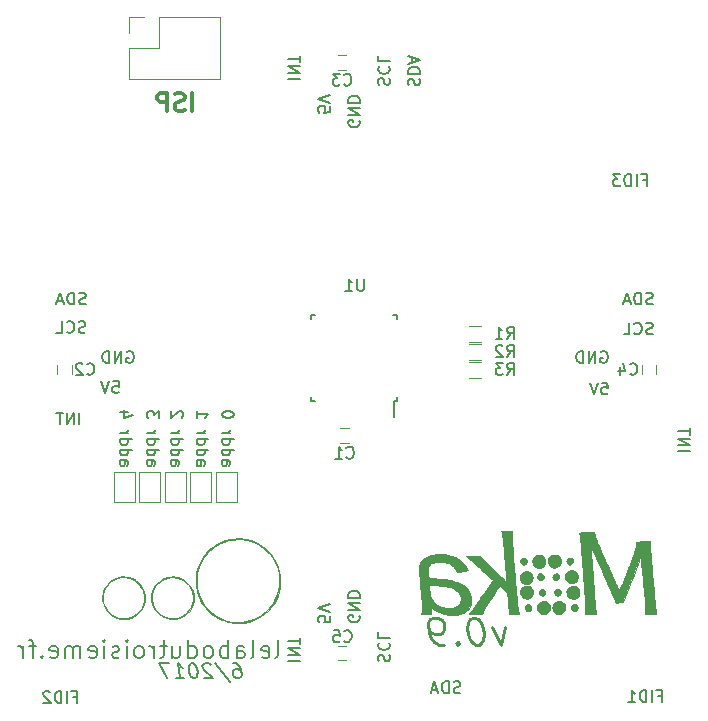
<source format=gbr>
G04 #@! TF.FileFunction,Legend,Bot*
%FSLAX46Y46*%
G04 Gerber Fmt 4.6, Leading zero omitted, Abs format (unit mm)*
G04 Created by KiCad (PCBNEW 4.0.6) date Saturday 24 June 2017 19:05:42*
%MOMM*%
%LPD*%
G01*
G04 APERTURE LIST*
%ADD10C,0.100000*%
%ADD11C,0.200000*%
%ADD12C,0.250000*%
%ADD13C,0.150000*%
%ADD14C,0.300000*%
%ADD15C,0.120000*%
%ADD16C,0.010000*%
G04 APERTURE END LIST*
D10*
D11*
X19767476Y4126224D02*
X20005571Y4126224D01*
X20132060Y4066700D01*
X20199023Y4007176D01*
X20340393Y3828605D01*
X20429679Y3590510D01*
X20489203Y3114319D01*
X20444560Y2995271D01*
X20392476Y2935748D01*
X20280869Y2876224D01*
X20042773Y2876224D01*
X19916286Y2935748D01*
X19849322Y2995271D01*
X19774917Y3114319D01*
X19737714Y3411938D01*
X19782357Y3530986D01*
X19834441Y3590510D01*
X19946047Y3650033D01*
X20184143Y3650033D01*
X20310631Y3590510D01*
X20377595Y3530986D01*
X20452000Y3411938D01*
X18212417Y4185748D02*
X19484738Y2578605D01*
X17877595Y4007176D02*
X17810631Y4066700D01*
X17684142Y4126224D01*
X17386523Y4126224D01*
X17274917Y4066700D01*
X17222833Y4007176D01*
X17178190Y3888129D01*
X17193071Y3769081D01*
X17274917Y3590510D01*
X18078488Y2876224D01*
X17304678Y2876224D01*
X16374619Y4126224D02*
X16255571Y4126224D01*
X16143964Y4066700D01*
X16091881Y4007176D01*
X16047238Y3888129D01*
X16017476Y3650033D01*
X16054679Y3352414D01*
X16143965Y3114319D01*
X16218370Y2995271D01*
X16285333Y2935748D01*
X16411821Y2876224D01*
X16530869Y2876224D01*
X16642476Y2935748D01*
X16694560Y2995271D01*
X16739203Y3114319D01*
X16768965Y3352414D01*
X16731762Y3650033D01*
X16642476Y3888129D01*
X16568071Y4007176D01*
X16501107Y4066700D01*
X16374619Y4126224D01*
X14923726Y2876224D02*
X15638012Y2876224D01*
X15280869Y2876224D02*
X15124619Y4126224D01*
X15265989Y3947652D01*
X15399917Y3828605D01*
X15526405Y3769081D01*
X14350810Y4126224D02*
X13517476Y4126224D01*
X14209441Y2876224D01*
X23355371Y4579229D02*
X23498229Y4650657D01*
X23569657Y4793514D01*
X23569657Y6079229D01*
X22212515Y4650657D02*
X22355372Y4579229D01*
X22641086Y4579229D01*
X22783943Y4650657D01*
X22855372Y4793514D01*
X22855372Y5364943D01*
X22783943Y5507800D01*
X22641086Y5579229D01*
X22355372Y5579229D01*
X22212515Y5507800D01*
X22141086Y5364943D01*
X22141086Y5222086D01*
X22855372Y5079229D01*
X21283943Y4579229D02*
X21426801Y4650657D01*
X21498229Y4793514D01*
X21498229Y6079229D01*
X20069658Y4579229D02*
X20069658Y5364943D01*
X20141087Y5507800D01*
X20283944Y5579229D01*
X20569658Y5579229D01*
X20712515Y5507800D01*
X20069658Y4650657D02*
X20212515Y4579229D01*
X20569658Y4579229D01*
X20712515Y4650657D01*
X20783944Y4793514D01*
X20783944Y4936371D01*
X20712515Y5079229D01*
X20569658Y5150657D01*
X20212515Y5150657D01*
X20069658Y5222086D01*
X19355372Y4579229D02*
X19355372Y6079229D01*
X19355372Y5507800D02*
X19212515Y5579229D01*
X18926801Y5579229D01*
X18783944Y5507800D01*
X18712515Y5436371D01*
X18641086Y5293514D01*
X18641086Y4864943D01*
X18712515Y4722086D01*
X18783944Y4650657D01*
X18926801Y4579229D01*
X19212515Y4579229D01*
X19355372Y4650657D01*
X17783943Y4579229D02*
X17926801Y4650657D01*
X17998229Y4722086D01*
X18069658Y4864943D01*
X18069658Y5293514D01*
X17998229Y5436371D01*
X17926801Y5507800D01*
X17783943Y5579229D01*
X17569658Y5579229D01*
X17426801Y5507800D01*
X17355372Y5436371D01*
X17283943Y5293514D01*
X17283943Y4864943D01*
X17355372Y4722086D01*
X17426801Y4650657D01*
X17569658Y4579229D01*
X17783943Y4579229D01*
X15998229Y4579229D02*
X15998229Y6079229D01*
X15998229Y4650657D02*
X16141086Y4579229D01*
X16426800Y4579229D01*
X16569658Y4650657D01*
X16641086Y4722086D01*
X16712515Y4864943D01*
X16712515Y5293514D01*
X16641086Y5436371D01*
X16569658Y5507800D01*
X16426800Y5579229D01*
X16141086Y5579229D01*
X15998229Y5507800D01*
X14641086Y5579229D02*
X14641086Y4579229D01*
X15283943Y5579229D02*
X15283943Y4793514D01*
X15212515Y4650657D01*
X15069657Y4579229D01*
X14855372Y4579229D01*
X14712515Y4650657D01*
X14641086Y4722086D01*
X14141086Y5579229D02*
X13569657Y5579229D01*
X13926800Y6079229D02*
X13926800Y4793514D01*
X13855372Y4650657D01*
X13712514Y4579229D01*
X13569657Y4579229D01*
X13069657Y4579229D02*
X13069657Y5579229D01*
X13069657Y5293514D02*
X12998229Y5436371D01*
X12926800Y5507800D01*
X12783943Y5579229D01*
X12641086Y5579229D01*
X11926800Y4579229D02*
X12069658Y4650657D01*
X12141086Y4722086D01*
X12212515Y4864943D01*
X12212515Y5293514D01*
X12141086Y5436371D01*
X12069658Y5507800D01*
X11926800Y5579229D01*
X11712515Y5579229D01*
X11569658Y5507800D01*
X11498229Y5436371D01*
X11426800Y5293514D01*
X11426800Y4864943D01*
X11498229Y4722086D01*
X11569658Y4650657D01*
X11712515Y4579229D01*
X11926800Y4579229D01*
X10783943Y4579229D02*
X10783943Y5579229D01*
X10783943Y6079229D02*
X10855372Y6007800D01*
X10783943Y5936371D01*
X10712515Y6007800D01*
X10783943Y6079229D01*
X10783943Y5936371D01*
X10141086Y4650657D02*
X9998229Y4579229D01*
X9712514Y4579229D01*
X9569657Y4650657D01*
X9498229Y4793514D01*
X9498229Y4864943D01*
X9569657Y5007800D01*
X9712514Y5079229D01*
X9926800Y5079229D01*
X10069657Y5150657D01*
X10141086Y5293514D01*
X10141086Y5364943D01*
X10069657Y5507800D01*
X9926800Y5579229D01*
X9712514Y5579229D01*
X9569657Y5507800D01*
X8855371Y4579229D02*
X8855371Y5579229D01*
X8855371Y6079229D02*
X8926800Y6007800D01*
X8855371Y5936371D01*
X8783943Y6007800D01*
X8855371Y6079229D01*
X8855371Y5936371D01*
X7569657Y4650657D02*
X7712514Y4579229D01*
X7998228Y4579229D01*
X8141085Y4650657D01*
X8212514Y4793514D01*
X8212514Y5364943D01*
X8141085Y5507800D01*
X7998228Y5579229D01*
X7712514Y5579229D01*
X7569657Y5507800D01*
X7498228Y5364943D01*
X7498228Y5222086D01*
X8212514Y5079229D01*
X6855371Y4579229D02*
X6855371Y5579229D01*
X6855371Y5436371D02*
X6783943Y5507800D01*
X6641085Y5579229D01*
X6426800Y5579229D01*
X6283943Y5507800D01*
X6212514Y5364943D01*
X6212514Y4579229D01*
X6212514Y5364943D02*
X6141085Y5507800D01*
X5998228Y5579229D01*
X5783943Y5579229D01*
X5641085Y5507800D01*
X5569657Y5364943D01*
X5569657Y4579229D01*
X4283943Y4650657D02*
X4426800Y4579229D01*
X4712514Y4579229D01*
X4855371Y4650657D01*
X4926800Y4793514D01*
X4926800Y5364943D01*
X4855371Y5507800D01*
X4712514Y5579229D01*
X4426800Y5579229D01*
X4283943Y5507800D01*
X4212514Y5364943D01*
X4212514Y5222086D01*
X4926800Y5079229D01*
X3569657Y4722086D02*
X3498229Y4650657D01*
X3569657Y4579229D01*
X3641086Y4650657D01*
X3569657Y4722086D01*
X3569657Y4579229D01*
X3069657Y5579229D02*
X2498228Y5579229D01*
X2855371Y4579229D02*
X2855371Y5864943D01*
X2783943Y6007800D01*
X2641085Y6079229D01*
X2498228Y6079229D01*
X1998228Y4579229D02*
X1998228Y5579229D01*
X1998228Y5293514D02*
X1926800Y5436371D01*
X1855371Y5507800D01*
X1712514Y5579229D01*
X1569657Y5579229D01*
D12*
X42783443Y7236557D02*
X42427490Y5703224D01*
X41688204Y7236557D01*
X40278085Y8003224D02*
X40059037Y8003224D01*
X39853680Y7893700D01*
X39757847Y7784176D01*
X39675704Y7565129D01*
X39620942Y7127033D01*
X39689395Y6579414D01*
X39853681Y6141319D01*
X39990586Y5922271D01*
X40113799Y5812748D01*
X40346537Y5703224D01*
X40565585Y5703224D01*
X40770942Y5812748D01*
X40866776Y5922271D01*
X40948919Y6141319D01*
X41003681Y6579414D01*
X40935228Y7127033D01*
X40770942Y7565129D01*
X40634037Y7784176D01*
X40510823Y7893700D01*
X40278085Y8003224D01*
X38785824Y5922271D02*
X38689990Y5812748D01*
X38813204Y5703224D01*
X38909038Y5812748D01*
X38785824Y5922271D01*
X38813204Y5703224D01*
X37608442Y5703224D02*
X37170347Y5703224D01*
X36937609Y5812748D01*
X36814395Y5922271D01*
X36554276Y6250843D01*
X36389990Y6688938D01*
X36280466Y7565129D01*
X36362609Y7784176D01*
X36458443Y7893700D01*
X36663799Y8003224D01*
X37101895Y8003224D01*
X37334633Y7893700D01*
X37457847Y7784176D01*
X37594752Y7565129D01*
X37663205Y7017510D01*
X37581062Y6798462D01*
X37485228Y6688938D01*
X37279872Y6579414D01*
X36841776Y6579414D01*
X36609038Y6688938D01*
X36485824Y6798462D01*
X36348919Y7017510D01*
D13*
X24440619Y53624381D02*
X25440619Y53624381D01*
X24440619Y54100571D02*
X25440619Y54100571D01*
X24440619Y54672000D01*
X25440619Y54672000D01*
X25440619Y55005333D02*
X25440619Y55576762D01*
X24440619Y55291047D02*
X25440619Y55291047D01*
X34648238Y53052952D02*
X34600619Y53195809D01*
X34600619Y53433905D01*
X34648238Y53529143D01*
X34695857Y53576762D01*
X34791095Y53624381D01*
X34886333Y53624381D01*
X34981571Y53576762D01*
X35029190Y53529143D01*
X35076810Y53433905D01*
X35124429Y53243428D01*
X35172048Y53148190D01*
X35219667Y53100571D01*
X35314905Y53052952D01*
X35410143Y53052952D01*
X35505381Y53100571D01*
X35553000Y53148190D01*
X35600619Y53243428D01*
X35600619Y53481524D01*
X35553000Y53624381D01*
X34600619Y54052952D02*
X35600619Y54052952D01*
X35600619Y54291047D01*
X35553000Y54433905D01*
X35457762Y54529143D01*
X35362524Y54576762D01*
X35172048Y54624381D01*
X35029190Y54624381D01*
X34838714Y54576762D01*
X34743476Y54529143D01*
X34648238Y54433905D01*
X34600619Y54291047D01*
X34600619Y54052952D01*
X34886333Y55005333D02*
X34886333Y55481524D01*
X34600619Y54910095D02*
X35600619Y55243428D01*
X34600619Y55576762D01*
X32108238Y53100571D02*
X32060619Y53243428D01*
X32060619Y53481524D01*
X32108238Y53576762D01*
X32155857Y53624381D01*
X32251095Y53672000D01*
X32346333Y53672000D01*
X32441571Y53624381D01*
X32489190Y53576762D01*
X32536810Y53481524D01*
X32584429Y53291047D01*
X32632048Y53195809D01*
X32679667Y53148190D01*
X32774905Y53100571D01*
X32870143Y53100571D01*
X32965381Y53148190D01*
X33013000Y53195809D01*
X33060619Y53291047D01*
X33060619Y53529143D01*
X33013000Y53672000D01*
X32155857Y54672000D02*
X32108238Y54624381D01*
X32060619Y54481524D01*
X32060619Y54386286D01*
X32108238Y54243428D01*
X32203476Y54148190D01*
X32298714Y54100571D01*
X32489190Y54052952D01*
X32632048Y54052952D01*
X32822524Y54100571D01*
X32917762Y54148190D01*
X33013000Y54243428D01*
X33060619Y54386286D01*
X33060619Y54481524D01*
X33013000Y54624381D01*
X32965381Y54672000D01*
X32060619Y55576762D02*
X32060619Y55100571D01*
X33060619Y55100571D01*
X27980619Y51274762D02*
X27980619Y50798571D01*
X27504429Y50750952D01*
X27552048Y50798571D01*
X27599667Y50893809D01*
X27599667Y51131905D01*
X27552048Y51227143D01*
X27504429Y51274762D01*
X27409190Y51322381D01*
X27171095Y51322381D01*
X27075857Y51274762D01*
X27028238Y51227143D01*
X26980619Y51131905D01*
X26980619Y50893809D01*
X27028238Y50798571D01*
X27075857Y50750952D01*
X27980619Y51608095D02*
X26980619Y51941428D01*
X27980619Y52274762D01*
X30473000Y50084286D02*
X30520619Y49989048D01*
X30520619Y49846191D01*
X30473000Y49703333D01*
X30377762Y49608095D01*
X30282524Y49560476D01*
X30092048Y49512857D01*
X29949190Y49512857D01*
X29758714Y49560476D01*
X29663476Y49608095D01*
X29568238Y49703333D01*
X29520619Y49846191D01*
X29520619Y49941429D01*
X29568238Y50084286D01*
X29615857Y50131905D01*
X29949190Y50131905D01*
X29949190Y49941429D01*
X29520619Y50560476D02*
X30520619Y50560476D01*
X29520619Y51131905D01*
X30520619Y51131905D01*
X29520619Y51608095D02*
X30520619Y51608095D01*
X30520619Y51846190D01*
X30473000Y51989048D01*
X30377762Y52084286D01*
X30282524Y52131905D01*
X30092048Y52179524D01*
X29949190Y52179524D01*
X29758714Y52131905D01*
X29663476Y52084286D01*
X29568238Y51989048D01*
X29520619Y51846190D01*
X29520619Y51608095D01*
X30473000Y8173905D02*
X30520619Y8078667D01*
X30520619Y7935810D01*
X30473000Y7792952D01*
X30377762Y7697714D01*
X30282524Y7650095D01*
X30092048Y7602476D01*
X29949190Y7602476D01*
X29758714Y7650095D01*
X29663476Y7697714D01*
X29568238Y7792952D01*
X29520619Y7935810D01*
X29520619Y8031048D01*
X29568238Y8173905D01*
X29615857Y8221524D01*
X29949190Y8221524D01*
X29949190Y8031048D01*
X29520619Y8650095D02*
X30520619Y8650095D01*
X29520619Y9221524D01*
X30520619Y9221524D01*
X29520619Y9697714D02*
X30520619Y9697714D01*
X30520619Y9935809D01*
X30473000Y10078667D01*
X30377762Y10173905D01*
X30282524Y10221524D01*
X30092048Y10269143D01*
X29949190Y10269143D01*
X29758714Y10221524D01*
X29663476Y10173905D01*
X29568238Y10078667D01*
X29520619Y9935809D01*
X29520619Y9697714D01*
X24440619Y4348095D02*
X25440619Y4348095D01*
X24440619Y4824285D02*
X25440619Y4824285D01*
X24440619Y5395714D01*
X25440619Y5395714D01*
X25440619Y5729047D02*
X25440619Y6300476D01*
X24440619Y6014761D02*
X25440619Y6014761D01*
X55309524Y34566238D02*
X55166667Y34518619D01*
X54928571Y34518619D01*
X54833333Y34566238D01*
X54785714Y34613857D01*
X54738095Y34709095D01*
X54738095Y34804333D01*
X54785714Y34899571D01*
X54833333Y34947190D01*
X54928571Y34994810D01*
X55119048Y35042429D01*
X55214286Y35090048D01*
X55261905Y35137667D01*
X55309524Y35232905D01*
X55309524Y35328143D01*
X55261905Y35423381D01*
X55214286Y35471000D01*
X55119048Y35518619D01*
X54880952Y35518619D01*
X54738095Y35471000D01*
X54309524Y34518619D02*
X54309524Y35518619D01*
X54071429Y35518619D01*
X53928571Y35471000D01*
X53833333Y35375762D01*
X53785714Y35280524D01*
X53738095Y35090048D01*
X53738095Y34947190D01*
X53785714Y34756714D01*
X53833333Y34661476D01*
X53928571Y34566238D01*
X54071429Y34518619D01*
X54309524Y34518619D01*
X53357143Y34804333D02*
X52880952Y34804333D01*
X53452381Y34518619D02*
X53119048Y35518619D01*
X52785714Y34518619D01*
X57485019Y22095081D02*
X58485019Y22095081D01*
X57485019Y22571271D02*
X58485019Y22571271D01*
X57485019Y23142700D01*
X58485019Y23142700D01*
X58485019Y23476033D02*
X58485019Y24047462D01*
X57485019Y23761747D02*
X58485019Y23761747D01*
X50975714Y27898619D02*
X51451905Y27898619D01*
X51499524Y27422429D01*
X51451905Y27470048D01*
X51356667Y27517667D01*
X51118571Y27517667D01*
X51023333Y27470048D01*
X50975714Y27422429D01*
X50928095Y27327190D01*
X50928095Y27089095D01*
X50975714Y26993857D01*
X51023333Y26946238D01*
X51118571Y26898619D01*
X51356667Y26898619D01*
X51451905Y26946238D01*
X51499524Y26993857D01*
X50642381Y27898619D02*
X50309048Y26898619D01*
X49975714Y27898619D01*
X55309524Y32026238D02*
X55166667Y31978619D01*
X54928571Y31978619D01*
X54833333Y32026238D01*
X54785714Y32073857D01*
X54738095Y32169095D01*
X54738095Y32264333D01*
X54785714Y32359571D01*
X54833333Y32407190D01*
X54928571Y32454810D01*
X55119048Y32502429D01*
X55214286Y32550048D01*
X55261905Y32597667D01*
X55309524Y32692905D01*
X55309524Y32788143D01*
X55261905Y32883381D01*
X55214286Y32931000D01*
X55119048Y32978619D01*
X54880952Y32978619D01*
X54738095Y32931000D01*
X53738095Y32073857D02*
X53785714Y32026238D01*
X53928571Y31978619D01*
X54023809Y31978619D01*
X54166667Y32026238D01*
X54261905Y32121476D01*
X54309524Y32216714D01*
X54357143Y32407190D01*
X54357143Y32550048D01*
X54309524Y32740524D01*
X54261905Y32835762D01*
X54166667Y32931000D01*
X54023809Y32978619D01*
X53928571Y32978619D01*
X53785714Y32931000D01*
X53738095Y32883381D01*
X52833333Y31978619D02*
X53309524Y31978619D01*
X53309524Y32978619D01*
X50928095Y30518000D02*
X51023333Y30565619D01*
X51166190Y30565619D01*
X51309048Y30518000D01*
X51404286Y30422762D01*
X51451905Y30327524D01*
X51499524Y30137048D01*
X51499524Y29994190D01*
X51451905Y29803714D01*
X51404286Y29708476D01*
X51309048Y29613238D01*
X51166190Y29565619D01*
X51070952Y29565619D01*
X50928095Y29613238D01*
X50880476Y29660857D01*
X50880476Y29994190D01*
X51070952Y29994190D01*
X50451905Y29565619D02*
X50451905Y30565619D01*
X49880476Y29565619D01*
X49880476Y30565619D01*
X49404286Y29565619D02*
X49404286Y30565619D01*
X49166191Y30565619D01*
X49023333Y30518000D01*
X48928095Y30422762D01*
X48880476Y30327524D01*
X48832857Y30137048D01*
X48832857Y29994190D01*
X48880476Y29803714D01*
X48928095Y29708476D01*
X49023333Y29613238D01*
X49166191Y29565619D01*
X49404286Y29565619D01*
X27980619Y8126286D02*
X27980619Y7650095D01*
X27504429Y7602476D01*
X27552048Y7650095D01*
X27599667Y7745333D01*
X27599667Y7983429D01*
X27552048Y8078667D01*
X27504429Y8126286D01*
X27409190Y8173905D01*
X27171095Y8173905D01*
X27075857Y8126286D01*
X27028238Y8078667D01*
X26980619Y7983429D01*
X26980619Y7745333D01*
X27028238Y7650095D01*
X27075857Y7602476D01*
X27980619Y8459619D02*
X26980619Y8792952D01*
X27980619Y9126286D01*
X32108238Y4300476D02*
X32060619Y4443333D01*
X32060619Y4681429D01*
X32108238Y4776667D01*
X32155857Y4824286D01*
X32251095Y4871905D01*
X32346333Y4871905D01*
X32441571Y4824286D01*
X32489190Y4776667D01*
X32536810Y4681429D01*
X32584429Y4490952D01*
X32632048Y4395714D01*
X32679667Y4348095D01*
X32774905Y4300476D01*
X32870143Y4300476D01*
X32965381Y4348095D01*
X33013000Y4395714D01*
X33060619Y4490952D01*
X33060619Y4729048D01*
X33013000Y4871905D01*
X32155857Y5871905D02*
X32108238Y5824286D01*
X32060619Y5681429D01*
X32060619Y5586191D01*
X32108238Y5443333D01*
X32203476Y5348095D01*
X32298714Y5300476D01*
X32489190Y5252857D01*
X32632048Y5252857D01*
X32822524Y5300476D01*
X32917762Y5348095D01*
X33013000Y5443333D01*
X33060619Y5586191D01*
X33060619Y5681429D01*
X33013000Y5824286D01*
X32965381Y5871905D01*
X32060619Y6776667D02*
X32060619Y6300476D01*
X33060619Y6300476D01*
X39017248Y1652638D02*
X38874391Y1605019D01*
X38636295Y1605019D01*
X38541057Y1652638D01*
X38493438Y1700257D01*
X38445819Y1795495D01*
X38445819Y1890733D01*
X38493438Y1985971D01*
X38541057Y2033590D01*
X38636295Y2081210D01*
X38826772Y2128829D01*
X38922010Y2176448D01*
X38969629Y2224067D01*
X39017248Y2319305D01*
X39017248Y2414543D01*
X38969629Y2509781D01*
X38922010Y2557400D01*
X38826772Y2605019D01*
X38588676Y2605019D01*
X38445819Y2557400D01*
X38017248Y1605019D02*
X38017248Y2605019D01*
X37779153Y2605019D01*
X37636295Y2557400D01*
X37541057Y2462162D01*
X37493438Y2366924D01*
X37445819Y2176448D01*
X37445819Y2033590D01*
X37493438Y1843114D01*
X37541057Y1747876D01*
X37636295Y1652638D01*
X37779153Y1605019D01*
X38017248Y1605019D01*
X37064867Y1890733D02*
X36588676Y1890733D01*
X37160105Y1605019D02*
X36826772Y2605019D01*
X36493438Y1605019D01*
X7271429Y32153238D02*
X7128572Y32105619D01*
X6890476Y32105619D01*
X6795238Y32153238D01*
X6747619Y32200857D01*
X6700000Y32296095D01*
X6700000Y32391333D01*
X6747619Y32486571D01*
X6795238Y32534190D01*
X6890476Y32581810D01*
X7080953Y32629429D01*
X7176191Y32677048D01*
X7223810Y32724667D01*
X7271429Y32819905D01*
X7271429Y32915143D01*
X7223810Y33010381D01*
X7176191Y33058000D01*
X7080953Y33105619D01*
X6842857Y33105619D01*
X6700000Y33058000D01*
X5700000Y32200857D02*
X5747619Y32153238D01*
X5890476Y32105619D01*
X5985714Y32105619D01*
X6128572Y32153238D01*
X6223810Y32248476D01*
X6271429Y32343714D01*
X6319048Y32534190D01*
X6319048Y32677048D01*
X6271429Y32867524D01*
X6223810Y32962762D01*
X6128572Y33058000D01*
X5985714Y33105619D01*
X5890476Y33105619D01*
X5747619Y33058000D01*
X5700000Y33010381D01*
X4795238Y32105619D02*
X5271429Y32105619D01*
X5271429Y33105619D01*
X10795714Y30518000D02*
X10890952Y30565619D01*
X11033809Y30565619D01*
X11176667Y30518000D01*
X11271905Y30422762D01*
X11319524Y30327524D01*
X11367143Y30137048D01*
X11367143Y29994190D01*
X11319524Y29803714D01*
X11271905Y29708476D01*
X11176667Y29613238D01*
X11033809Y29565619D01*
X10938571Y29565619D01*
X10795714Y29613238D01*
X10748095Y29660857D01*
X10748095Y29994190D01*
X10938571Y29994190D01*
X10319524Y29565619D02*
X10319524Y30565619D01*
X9748095Y29565619D01*
X9748095Y30565619D01*
X9271905Y29565619D02*
X9271905Y30565619D01*
X9033810Y30565619D01*
X8890952Y30518000D01*
X8795714Y30422762D01*
X8748095Y30327524D01*
X8700476Y30137048D01*
X8700476Y29994190D01*
X8748095Y29803714D01*
X8795714Y29708476D01*
X8890952Y29613238D01*
X9033810Y29565619D01*
X9271905Y29565619D01*
X9605238Y28025619D02*
X10081429Y28025619D01*
X10129048Y27549429D01*
X10081429Y27597048D01*
X9986191Y27644667D01*
X9748095Y27644667D01*
X9652857Y27597048D01*
X9605238Y27549429D01*
X9557619Y27454190D01*
X9557619Y27216095D01*
X9605238Y27120857D01*
X9652857Y27073238D01*
X9748095Y27025619D01*
X9986191Y27025619D01*
X10081429Y27073238D01*
X10129048Y27120857D01*
X9271905Y28025619D02*
X8938572Y27025619D01*
X8605238Y28025619D01*
X7319048Y34566238D02*
X7176191Y34518619D01*
X6938095Y34518619D01*
X6842857Y34566238D01*
X6795238Y34613857D01*
X6747619Y34709095D01*
X6747619Y34804333D01*
X6795238Y34899571D01*
X6842857Y34947190D01*
X6938095Y34994810D01*
X7128572Y35042429D01*
X7223810Y35090048D01*
X7271429Y35137667D01*
X7319048Y35232905D01*
X7319048Y35328143D01*
X7271429Y35423381D01*
X7223810Y35471000D01*
X7128572Y35518619D01*
X6890476Y35518619D01*
X6747619Y35471000D01*
X6319048Y34518619D02*
X6319048Y35518619D01*
X6080953Y35518619D01*
X5938095Y35471000D01*
X5842857Y35375762D01*
X5795238Y35280524D01*
X5747619Y35090048D01*
X5747619Y34947190D01*
X5795238Y34756714D01*
X5842857Y34661476D01*
X5938095Y34566238D01*
X6080953Y34518619D01*
X6319048Y34518619D01*
X5366667Y34804333D02*
X4890476Y34804333D01*
X5461905Y34518619D02*
X5128572Y35518619D01*
X4795238Y34518619D01*
X6747619Y24358619D02*
X6747619Y25358619D01*
X6271429Y24358619D02*
X6271429Y25358619D01*
X5700000Y24358619D01*
X5700000Y25358619D01*
X5366667Y25358619D02*
X4795238Y25358619D01*
X5080953Y24358619D02*
X5080953Y25358619D01*
X10216619Y21302857D02*
X10740429Y21302857D01*
X10835667Y21255238D01*
X10883286Y21160000D01*
X10883286Y20969523D01*
X10835667Y20874285D01*
X10264238Y21302857D02*
X10216619Y21207619D01*
X10216619Y20969523D01*
X10264238Y20874285D01*
X10359476Y20826666D01*
X10454714Y20826666D01*
X10549952Y20874285D01*
X10597571Y20969523D01*
X10597571Y21207619D01*
X10645190Y21302857D01*
X10216619Y22207619D02*
X11216619Y22207619D01*
X10264238Y22207619D02*
X10216619Y22112381D01*
X10216619Y21921904D01*
X10264238Y21826666D01*
X10311857Y21779047D01*
X10407095Y21731428D01*
X10692810Y21731428D01*
X10788048Y21779047D01*
X10835667Y21826666D01*
X10883286Y21921904D01*
X10883286Y22112381D01*
X10835667Y22207619D01*
X10216619Y23112381D02*
X11216619Y23112381D01*
X10264238Y23112381D02*
X10216619Y23017143D01*
X10216619Y22826666D01*
X10264238Y22731428D01*
X10311857Y22683809D01*
X10407095Y22636190D01*
X10692810Y22636190D01*
X10788048Y22683809D01*
X10835667Y22731428D01*
X10883286Y22826666D01*
X10883286Y23017143D01*
X10835667Y23112381D01*
X10216619Y23588571D02*
X10883286Y23588571D01*
X10692810Y23588571D02*
X10788048Y23636190D01*
X10835667Y23683809D01*
X10883286Y23779047D01*
X10883286Y23874286D01*
X10883286Y25398096D02*
X10216619Y25398096D01*
X11264238Y25160000D02*
X10549952Y24921905D01*
X10549952Y25540953D01*
X12502619Y21302857D02*
X13026429Y21302857D01*
X13121667Y21255238D01*
X13169286Y21160000D01*
X13169286Y20969523D01*
X13121667Y20874285D01*
X12550238Y21302857D02*
X12502619Y21207619D01*
X12502619Y20969523D01*
X12550238Y20874285D01*
X12645476Y20826666D01*
X12740714Y20826666D01*
X12835952Y20874285D01*
X12883571Y20969523D01*
X12883571Y21207619D01*
X12931190Y21302857D01*
X12502619Y22207619D02*
X13502619Y22207619D01*
X12550238Y22207619D02*
X12502619Y22112381D01*
X12502619Y21921904D01*
X12550238Y21826666D01*
X12597857Y21779047D01*
X12693095Y21731428D01*
X12978810Y21731428D01*
X13074048Y21779047D01*
X13121667Y21826666D01*
X13169286Y21921904D01*
X13169286Y22112381D01*
X13121667Y22207619D01*
X12502619Y23112381D02*
X13502619Y23112381D01*
X12550238Y23112381D02*
X12502619Y23017143D01*
X12502619Y22826666D01*
X12550238Y22731428D01*
X12597857Y22683809D01*
X12693095Y22636190D01*
X12978810Y22636190D01*
X13074048Y22683809D01*
X13121667Y22731428D01*
X13169286Y22826666D01*
X13169286Y23017143D01*
X13121667Y23112381D01*
X12502619Y23588571D02*
X13169286Y23588571D01*
X12978810Y23588571D02*
X13074048Y23636190D01*
X13121667Y23683809D01*
X13169286Y23779047D01*
X13169286Y23874286D01*
X13502619Y24874286D02*
X13502619Y25493334D01*
X13121667Y25160000D01*
X13121667Y25302858D01*
X13074048Y25398096D01*
X13026429Y25445715D01*
X12931190Y25493334D01*
X12693095Y25493334D01*
X12597857Y25445715D01*
X12550238Y25398096D01*
X12502619Y25302858D01*
X12502619Y25017143D01*
X12550238Y24921905D01*
X12597857Y24874286D01*
X14534619Y21302857D02*
X15058429Y21302857D01*
X15153667Y21255238D01*
X15201286Y21160000D01*
X15201286Y20969523D01*
X15153667Y20874285D01*
X14582238Y21302857D02*
X14534619Y21207619D01*
X14534619Y20969523D01*
X14582238Y20874285D01*
X14677476Y20826666D01*
X14772714Y20826666D01*
X14867952Y20874285D01*
X14915571Y20969523D01*
X14915571Y21207619D01*
X14963190Y21302857D01*
X14534619Y22207619D02*
X15534619Y22207619D01*
X14582238Y22207619D02*
X14534619Y22112381D01*
X14534619Y21921904D01*
X14582238Y21826666D01*
X14629857Y21779047D01*
X14725095Y21731428D01*
X15010810Y21731428D01*
X15106048Y21779047D01*
X15153667Y21826666D01*
X15201286Y21921904D01*
X15201286Y22112381D01*
X15153667Y22207619D01*
X14534619Y23112381D02*
X15534619Y23112381D01*
X14582238Y23112381D02*
X14534619Y23017143D01*
X14534619Y22826666D01*
X14582238Y22731428D01*
X14629857Y22683809D01*
X14725095Y22636190D01*
X15010810Y22636190D01*
X15106048Y22683809D01*
X15153667Y22731428D01*
X15201286Y22826666D01*
X15201286Y23017143D01*
X15153667Y23112381D01*
X14534619Y23588571D02*
X15201286Y23588571D01*
X15010810Y23588571D02*
X15106048Y23636190D01*
X15153667Y23683809D01*
X15201286Y23779047D01*
X15201286Y23874286D01*
X15439381Y24921905D02*
X15487000Y24969524D01*
X15534619Y25064762D01*
X15534619Y25302858D01*
X15487000Y25398096D01*
X15439381Y25445715D01*
X15344143Y25493334D01*
X15248905Y25493334D01*
X15106048Y25445715D01*
X14534619Y24874286D01*
X14534619Y25493334D01*
X16693619Y21302857D02*
X17217429Y21302857D01*
X17312667Y21255238D01*
X17360286Y21160000D01*
X17360286Y20969523D01*
X17312667Y20874285D01*
X16741238Y21302857D02*
X16693619Y21207619D01*
X16693619Y20969523D01*
X16741238Y20874285D01*
X16836476Y20826666D01*
X16931714Y20826666D01*
X17026952Y20874285D01*
X17074571Y20969523D01*
X17074571Y21207619D01*
X17122190Y21302857D01*
X16693619Y22207619D02*
X17693619Y22207619D01*
X16741238Y22207619D02*
X16693619Y22112381D01*
X16693619Y21921904D01*
X16741238Y21826666D01*
X16788857Y21779047D01*
X16884095Y21731428D01*
X17169810Y21731428D01*
X17265048Y21779047D01*
X17312667Y21826666D01*
X17360286Y21921904D01*
X17360286Y22112381D01*
X17312667Y22207619D01*
X16693619Y23112381D02*
X17693619Y23112381D01*
X16741238Y23112381D02*
X16693619Y23017143D01*
X16693619Y22826666D01*
X16741238Y22731428D01*
X16788857Y22683809D01*
X16884095Y22636190D01*
X17169810Y22636190D01*
X17265048Y22683809D01*
X17312667Y22731428D01*
X17360286Y22826666D01*
X17360286Y23017143D01*
X17312667Y23112381D01*
X16693619Y23588571D02*
X17360286Y23588571D01*
X17169810Y23588571D02*
X17265048Y23636190D01*
X17312667Y23683809D01*
X17360286Y23779047D01*
X17360286Y23874286D01*
X16693619Y25493334D02*
X16693619Y24921905D01*
X16693619Y25207619D02*
X17693619Y25207619D01*
X17550762Y25112381D01*
X17455524Y25017143D01*
X17407905Y24921905D01*
X18852619Y21302857D02*
X19376429Y21302857D01*
X19471667Y21255238D01*
X19519286Y21160000D01*
X19519286Y20969523D01*
X19471667Y20874285D01*
X18900238Y21302857D02*
X18852619Y21207619D01*
X18852619Y20969523D01*
X18900238Y20874285D01*
X18995476Y20826666D01*
X19090714Y20826666D01*
X19185952Y20874285D01*
X19233571Y20969523D01*
X19233571Y21207619D01*
X19281190Y21302857D01*
X18852619Y22207619D02*
X19852619Y22207619D01*
X18900238Y22207619D02*
X18852619Y22112381D01*
X18852619Y21921904D01*
X18900238Y21826666D01*
X18947857Y21779047D01*
X19043095Y21731428D01*
X19328810Y21731428D01*
X19424048Y21779047D01*
X19471667Y21826666D01*
X19519286Y21921904D01*
X19519286Y22112381D01*
X19471667Y22207619D01*
X18852619Y23112381D02*
X19852619Y23112381D01*
X18900238Y23112381D02*
X18852619Y23017143D01*
X18852619Y22826666D01*
X18900238Y22731428D01*
X18947857Y22683809D01*
X19043095Y22636190D01*
X19328810Y22636190D01*
X19424048Y22683809D01*
X19471667Y22731428D01*
X19519286Y22826666D01*
X19519286Y23017143D01*
X19471667Y23112381D01*
X18852619Y23588571D02*
X19519286Y23588571D01*
X19328810Y23588571D02*
X19424048Y23636190D01*
X19471667Y23683809D01*
X19519286Y23779047D01*
X19519286Y23874286D01*
X19852619Y25160000D02*
X19852619Y25255239D01*
X19805000Y25350477D01*
X19757381Y25398096D01*
X19662143Y25445715D01*
X19471667Y25493334D01*
X19233571Y25493334D01*
X19043095Y25445715D01*
X18947857Y25398096D01*
X18900238Y25350477D01*
X18852619Y25255239D01*
X18852619Y25160000D01*
X18900238Y25064762D01*
X18947857Y25017143D01*
X19043095Y24969524D01*
X19233571Y24921905D01*
X19471667Y24921905D01*
X19662143Y24969524D01*
X19757381Y25017143D01*
X19805000Y25064762D01*
X19852619Y25160000D01*
D14*
X16324285Y50929429D02*
X16324285Y52429429D01*
X15681428Y51000857D02*
X15467142Y50929429D01*
X15109999Y50929429D01*
X14967142Y51000857D01*
X14895713Y51072286D01*
X14824285Y51215143D01*
X14824285Y51358000D01*
X14895713Y51500857D01*
X14967142Y51572286D01*
X15109999Y51643714D01*
X15395713Y51715143D01*
X15538571Y51786571D01*
X15609999Y51858000D01*
X15681428Y52000857D01*
X15681428Y52143714D01*
X15609999Y52286571D01*
X15538571Y52358000D01*
X15395713Y52429429D01*
X15038571Y52429429D01*
X14824285Y52358000D01*
X14181428Y50929429D02*
X14181428Y52429429D01*
X13610000Y52429429D01*
X13467142Y52358000D01*
X13395714Y52286571D01*
X13324285Y52143714D01*
X13324285Y51929429D01*
X13395714Y51786571D01*
X13467142Y51715143D01*
X13610000Y51643714D01*
X14181428Y51643714D01*
D15*
X28861000Y22814000D02*
X29561000Y22814000D01*
X29561000Y24014000D02*
X28861000Y24014000D01*
X6100000Y28650000D02*
X6100000Y29350000D01*
X4900000Y29350000D02*
X4900000Y28650000D01*
X28650000Y54400000D02*
X29350000Y54400000D01*
X29350000Y55600000D02*
X28650000Y55600000D01*
X55600000Y28650000D02*
X55600000Y29350000D01*
X54400000Y29350000D02*
X54400000Y28650000D01*
X28650000Y4400000D02*
X29350000Y4400000D01*
X29350000Y5600000D02*
X28650000Y5600000D01*
X13526500Y58818100D02*
X18666500Y58818100D01*
X18666500Y58818100D02*
X18666500Y53618100D01*
X18666500Y53618100D02*
X10926500Y53618100D01*
X10926500Y53618100D02*
X10926500Y56218100D01*
X10926500Y56218100D02*
X13526500Y56218100D01*
X13526500Y56218100D02*
X13526500Y58818100D01*
X12256500Y58818100D02*
X10926500Y58818100D01*
X10926500Y58818100D02*
X10926500Y57488100D01*
X39760000Y31370000D02*
X40760000Y31370000D01*
X40760000Y32730000D02*
X39760000Y32730000D01*
X39760000Y29846000D02*
X40760000Y29846000D01*
X40760000Y31206000D02*
X39760000Y31206000D01*
X39760000Y28322000D02*
X40760000Y28322000D01*
X40760000Y29682000D02*
X39760000Y29682000D01*
D13*
X33625000Y26375000D02*
X33400000Y26375000D01*
X33625000Y33625000D02*
X33300000Y33625000D01*
X26375000Y33625000D02*
X26700000Y33625000D01*
X26375000Y26375000D02*
X26700000Y26375000D01*
X33625000Y26375000D02*
X33625000Y26700000D01*
X26375000Y26375000D02*
X26375000Y26700000D01*
X26375000Y33625000D02*
X26375000Y33300000D01*
X33625000Y33625000D02*
X33625000Y33300000D01*
X33400000Y26375000D02*
X33400000Y24950000D01*
D15*
X11432000Y20366000D02*
X11432000Y17826000D01*
X9652000Y17826000D02*
X9652000Y20366000D01*
X9652000Y17826000D02*
X11432000Y17826000D01*
X11432000Y20366000D02*
X9652000Y20366000D01*
X13591000Y20366000D02*
X13591000Y17826000D01*
X11811000Y17826000D02*
X11811000Y20366000D01*
X11811000Y17826000D02*
X13591000Y17826000D01*
X13591000Y20366000D02*
X11811000Y20366000D01*
X15750000Y20366000D02*
X15750000Y17826000D01*
X13970000Y17826000D02*
X13970000Y20366000D01*
X13970000Y17826000D02*
X15750000Y17826000D01*
X15750000Y20366000D02*
X13970000Y20366000D01*
X17909000Y20366000D02*
X17909000Y17826000D01*
X16129000Y17826000D02*
X16129000Y20366000D01*
X16129000Y17826000D02*
X17909000Y17826000D01*
X17909000Y20366000D02*
X16129000Y20366000D01*
X20068000Y20366000D02*
X20068000Y17826000D01*
X18288000Y17826000D02*
X18288000Y20366000D01*
X18288000Y17826000D02*
X20068000Y17826000D01*
X20068000Y20366000D02*
X18288000Y20366000D01*
D16*
G36*
X36964004Y13356869D02*
X36728167Y13332218D01*
X36516127Y13289651D01*
X36319952Y13227659D01*
X36169438Y13163227D01*
X35978051Y13051720D01*
X35820926Y12916164D01*
X35697685Y12755907D01*
X35607948Y12570303D01*
X35551336Y12358701D01*
X35527469Y12120452D01*
X35526573Y12063104D01*
X35528396Y12004068D01*
X35533751Y11907206D01*
X35542304Y11776884D01*
X35553725Y11617469D01*
X35567683Y11433328D01*
X35583847Y11228826D01*
X35601884Y11008329D01*
X35621464Y10776205D01*
X35642256Y10536819D01*
X35643101Y10527240D01*
X35670857Y10212155D01*
X35694982Y9936223D01*
X35715611Y9696397D01*
X35732878Y9489628D01*
X35746916Y9312869D01*
X35757859Y9163072D01*
X35765842Y9037190D01*
X35770998Y8932174D01*
X35773461Y8844976D01*
X35773365Y8772550D01*
X35770844Y8711846D01*
X35766032Y8659818D01*
X35759063Y8613418D01*
X35750071Y8569597D01*
X35739189Y8525308D01*
X35732234Y8498842D01*
X35680187Y8302887D01*
X36568239Y8302887D01*
X36556376Y8403512D01*
X36549385Y8471919D01*
X36541201Y8565591D01*
X36533281Y8667506D01*
X36531081Y8698495D01*
X36517650Y8892853D01*
X36611022Y8804417D01*
X36726022Y8711552D01*
X36874220Y8616682D01*
X37046908Y8524043D01*
X37235378Y8437871D01*
X37430920Y8362402D01*
X37624827Y8301872D01*
X37666626Y8290925D01*
X37761346Y8268645D01*
X37848294Y8252585D01*
X37938682Y8241529D01*
X38043724Y8234263D01*
X38174635Y8229573D01*
X38248417Y8227911D01*
X38378655Y8226651D01*
X38504214Y8227818D01*
X38614640Y8231146D01*
X38699479Y8236367D01*
X38733888Y8240319D01*
X39004952Y8297114D01*
X39240910Y8377538D01*
X39441950Y8481783D01*
X39608262Y8610038D01*
X39740033Y8762496D01*
X39837454Y8939348D01*
X39900712Y9140784D01*
X39929997Y9366996D01*
X39932257Y9453029D01*
X39928326Y9507609D01*
X39054262Y9507609D01*
X39026653Y9352240D01*
X38959314Y9209377D01*
X38851281Y9076284D01*
X38820316Y9046528D01*
X38705246Y8957197D01*
X38576709Y8891522D01*
X38428710Y8847871D01*
X38255254Y8824613D01*
X38050347Y8820116D01*
X37994205Y8821706D01*
X37876323Y8827540D01*
X37760663Y8835882D01*
X37660744Y8845605D01*
X37591703Y8855280D01*
X37421214Y8903207D01*
X37242029Y8982950D01*
X37064591Y9088520D01*
X36899337Y9213931D01*
X36794361Y9312528D01*
X36688254Y9433679D01*
X36604016Y9557915D01*
X36536508Y9695434D01*
X36480594Y9856432D01*
X36438468Y10018817D01*
X36422441Y10099061D01*
X36406315Y10198749D01*
X36390971Y10309671D01*
X36377291Y10423615D01*
X36366154Y10532371D01*
X36358441Y10627729D01*
X36355034Y10701477D01*
X36356812Y10745405D01*
X36359672Y10753397D01*
X36388213Y10759501D01*
X36453012Y10761190D01*
X36548241Y10758937D01*
X36668072Y10753218D01*
X36806677Y10744506D01*
X36958228Y10733275D01*
X37116898Y10720000D01*
X37276858Y10705154D01*
X37432282Y10689213D01*
X37577340Y10672649D01*
X37706206Y10655938D01*
X37813051Y10639554D01*
X37856507Y10631610D01*
X38133131Y10562836D01*
X38374329Y10472624D01*
X38579772Y10361238D01*
X38749131Y10228943D01*
X38882076Y10076003D01*
X38978277Y9902683D01*
X39037406Y9709248D01*
X39043107Y9678218D01*
X39054262Y9507609D01*
X39928326Y9507609D01*
X39913083Y9719204D01*
X39855146Y9971320D01*
X39759197Y10206741D01*
X39676643Y10349806D01*
X39561591Y10500412D01*
X39421359Y10635593D01*
X39252368Y10757686D01*
X39051042Y10869024D01*
X38813802Y10971943D01*
X38612581Y11044202D01*
X38428168Y11101138D01*
X38238945Y11149797D01*
X38038284Y11191302D01*
X37819556Y11226774D01*
X37576135Y11257335D01*
X37301391Y11284107D01*
X37099682Y11300245D01*
X36890533Y11316795D01*
X36719871Y11332894D01*
X36583835Y11349464D01*
X36478568Y11367430D01*
X36400207Y11387714D01*
X36344895Y11411239D01*
X36308770Y11438927D01*
X36287975Y11471703D01*
X36280872Y11496055D01*
X36274892Y11541046D01*
X36267755Y11616738D01*
X36260468Y11711518D01*
X36255489Y11788512D01*
X36251750Y11982922D01*
X36266831Y12144476D01*
X36302344Y12279035D01*
X36359900Y12392459D01*
X36441111Y12490608D01*
X36451251Y12500432D01*
X36560684Y12586519D01*
X36687969Y12651460D01*
X36838306Y12696733D01*
X37016891Y12723815D01*
X37228923Y12734186D01*
X37273938Y12734389D01*
X37504777Y12726358D01*
X37704807Y12701523D01*
X37883043Y12657537D01*
X38048501Y12592056D01*
X38210199Y12502731D01*
X38241744Y12482542D01*
X38368824Y12386774D01*
X38475336Y12275978D01*
X38569677Y12140253D01*
X38637850Y12015439D01*
X38678933Y11938832D01*
X38715949Y11879198D01*
X38743347Y11845073D01*
X38751781Y11840241D01*
X38792664Y11843927D01*
X38863501Y11854739D01*
X38956930Y11871166D01*
X39065592Y11891692D01*
X39182124Y11914807D01*
X39299166Y11938996D01*
X39409357Y11962746D01*
X39505337Y11984544D01*
X39579745Y12002878D01*
X39625219Y12016234D01*
X39635916Y12021981D01*
X39625669Y12050331D01*
X39598721Y12103178D01*
X39560888Y12169131D01*
X39560538Y12169713D01*
X39390574Y12425787D01*
X39209716Y12648606D01*
X39020498Y12835470D01*
X38825459Y12983678D01*
X38756307Y13025908D01*
X38522815Y13139027D01*
X38257576Y13230630D01*
X37966025Y13299506D01*
X37653601Y13344446D01*
X37325741Y13364240D01*
X37231570Y13365112D01*
X36964004Y13356869D01*
X36964004Y13356869D01*
G37*
X36964004Y13356869D02*
X36728167Y13332218D01*
X36516127Y13289651D01*
X36319952Y13227659D01*
X36169438Y13163227D01*
X35978051Y13051720D01*
X35820926Y12916164D01*
X35697685Y12755907D01*
X35607948Y12570303D01*
X35551336Y12358701D01*
X35527469Y12120452D01*
X35526573Y12063104D01*
X35528396Y12004068D01*
X35533751Y11907206D01*
X35542304Y11776884D01*
X35553725Y11617469D01*
X35567683Y11433328D01*
X35583847Y11228826D01*
X35601884Y11008329D01*
X35621464Y10776205D01*
X35642256Y10536819D01*
X35643101Y10527240D01*
X35670857Y10212155D01*
X35694982Y9936223D01*
X35715611Y9696397D01*
X35732878Y9489628D01*
X35746916Y9312869D01*
X35757859Y9163072D01*
X35765842Y9037190D01*
X35770998Y8932174D01*
X35773461Y8844976D01*
X35773365Y8772550D01*
X35770844Y8711846D01*
X35766032Y8659818D01*
X35759063Y8613418D01*
X35750071Y8569597D01*
X35739189Y8525308D01*
X35732234Y8498842D01*
X35680187Y8302887D01*
X36568239Y8302887D01*
X36556376Y8403512D01*
X36549385Y8471919D01*
X36541201Y8565591D01*
X36533281Y8667506D01*
X36531081Y8698495D01*
X36517650Y8892853D01*
X36611022Y8804417D01*
X36726022Y8711552D01*
X36874220Y8616682D01*
X37046908Y8524043D01*
X37235378Y8437871D01*
X37430920Y8362402D01*
X37624827Y8301872D01*
X37666626Y8290925D01*
X37761346Y8268645D01*
X37848294Y8252585D01*
X37938682Y8241529D01*
X38043724Y8234263D01*
X38174635Y8229573D01*
X38248417Y8227911D01*
X38378655Y8226651D01*
X38504214Y8227818D01*
X38614640Y8231146D01*
X38699479Y8236367D01*
X38733888Y8240319D01*
X39004952Y8297114D01*
X39240910Y8377538D01*
X39441950Y8481783D01*
X39608262Y8610038D01*
X39740033Y8762496D01*
X39837454Y8939348D01*
X39900712Y9140784D01*
X39929997Y9366996D01*
X39932257Y9453029D01*
X39928326Y9507609D01*
X39054262Y9507609D01*
X39026653Y9352240D01*
X38959314Y9209377D01*
X38851281Y9076284D01*
X38820316Y9046528D01*
X38705246Y8957197D01*
X38576709Y8891522D01*
X38428710Y8847871D01*
X38255254Y8824613D01*
X38050347Y8820116D01*
X37994205Y8821706D01*
X37876323Y8827540D01*
X37760663Y8835882D01*
X37660744Y8845605D01*
X37591703Y8855280D01*
X37421214Y8903207D01*
X37242029Y8982950D01*
X37064591Y9088520D01*
X36899337Y9213931D01*
X36794361Y9312528D01*
X36688254Y9433679D01*
X36604016Y9557915D01*
X36536508Y9695434D01*
X36480594Y9856432D01*
X36438468Y10018817D01*
X36422441Y10099061D01*
X36406315Y10198749D01*
X36390971Y10309671D01*
X36377291Y10423615D01*
X36366154Y10532371D01*
X36358441Y10627729D01*
X36355034Y10701477D01*
X36356812Y10745405D01*
X36359672Y10753397D01*
X36388213Y10759501D01*
X36453012Y10761190D01*
X36548241Y10758937D01*
X36668072Y10753218D01*
X36806677Y10744506D01*
X36958228Y10733275D01*
X37116898Y10720000D01*
X37276858Y10705154D01*
X37432282Y10689213D01*
X37577340Y10672649D01*
X37706206Y10655938D01*
X37813051Y10639554D01*
X37856507Y10631610D01*
X38133131Y10562836D01*
X38374329Y10472624D01*
X38579772Y10361238D01*
X38749131Y10228943D01*
X38882076Y10076003D01*
X38978277Y9902683D01*
X39037406Y9709248D01*
X39043107Y9678218D01*
X39054262Y9507609D01*
X39928326Y9507609D01*
X39913083Y9719204D01*
X39855146Y9971320D01*
X39759197Y10206741D01*
X39676643Y10349806D01*
X39561591Y10500412D01*
X39421359Y10635593D01*
X39252368Y10757686D01*
X39051042Y10869024D01*
X38813802Y10971943D01*
X38612581Y11044202D01*
X38428168Y11101138D01*
X38238945Y11149797D01*
X38038284Y11191302D01*
X37819556Y11226774D01*
X37576135Y11257335D01*
X37301391Y11284107D01*
X37099682Y11300245D01*
X36890533Y11316795D01*
X36719871Y11332894D01*
X36583835Y11349464D01*
X36478568Y11367430D01*
X36400207Y11387714D01*
X36344895Y11411239D01*
X36308770Y11438927D01*
X36287975Y11471703D01*
X36280872Y11496055D01*
X36274892Y11541046D01*
X36267755Y11616738D01*
X36260468Y11711518D01*
X36255489Y11788512D01*
X36251750Y11982922D01*
X36266831Y12144476D01*
X36302344Y12279035D01*
X36359900Y12392459D01*
X36441111Y12490608D01*
X36451251Y12500432D01*
X36560684Y12586519D01*
X36687969Y12651460D01*
X36838306Y12696733D01*
X37016891Y12723815D01*
X37228923Y12734186D01*
X37273938Y12734389D01*
X37504777Y12726358D01*
X37704807Y12701523D01*
X37883043Y12657537D01*
X38048501Y12592056D01*
X38210199Y12502731D01*
X38241744Y12482542D01*
X38368824Y12386774D01*
X38475336Y12275978D01*
X38569677Y12140253D01*
X38637850Y12015439D01*
X38678933Y11938832D01*
X38715949Y11879198D01*
X38743347Y11845073D01*
X38751781Y11840241D01*
X38792664Y11843927D01*
X38863501Y11854739D01*
X38956930Y11871166D01*
X39065592Y11891692D01*
X39182124Y11914807D01*
X39299166Y11938996D01*
X39409357Y11962746D01*
X39505337Y11984544D01*
X39579745Y12002878D01*
X39625219Y12016234D01*
X39635916Y12021981D01*
X39625669Y12050331D01*
X39598721Y12103178D01*
X39560888Y12169131D01*
X39560538Y12169713D01*
X39390574Y12425787D01*
X39209716Y12648606D01*
X39020498Y12835470D01*
X38825459Y12983678D01*
X38756307Y13025908D01*
X38522815Y13139027D01*
X38257576Y13230630D01*
X37966025Y13299506D01*
X37653601Y13344446D01*
X37325741Y13364240D01*
X37231570Y13365112D01*
X36964004Y13356869D01*
G36*
X47223400Y9372671D02*
X47094776Y9319623D01*
X46986120Y9237734D01*
X46901154Y9132811D01*
X46843603Y9010659D01*
X46817192Y8877084D01*
X46825642Y8737892D01*
X46867318Y8610059D01*
X46943721Y8491398D01*
X47047201Y8395667D01*
X47169515Y8326783D01*
X47302419Y8288665D01*
X47437670Y8285228D01*
X47516694Y8301496D01*
X47632954Y8354119D01*
X47740275Y8434103D01*
X47828301Y8531640D01*
X47886675Y8636921D01*
X47894146Y8658928D01*
X47918757Y8806858D01*
X47906911Y8953724D01*
X47860903Y9090750D01*
X47783030Y9209160D01*
X47738594Y9253689D01*
X47633107Y9330399D01*
X47523132Y9374196D01*
X47393779Y9390606D01*
X47368267Y9391073D01*
X47223400Y9372671D01*
X47223400Y9372671D01*
G37*
X47223400Y9372671D02*
X47094776Y9319623D01*
X46986120Y9237734D01*
X46901154Y9132811D01*
X46843603Y9010659D01*
X46817192Y8877084D01*
X46825642Y8737892D01*
X46867318Y8610059D01*
X46943721Y8491398D01*
X47047201Y8395667D01*
X47169515Y8326783D01*
X47302419Y8288665D01*
X47437670Y8285228D01*
X47516694Y8301496D01*
X47632954Y8354119D01*
X47740275Y8434103D01*
X47828301Y8531640D01*
X47886675Y8636921D01*
X47894146Y8658928D01*
X47918757Y8806858D01*
X47906911Y8953724D01*
X47860903Y9090750D01*
X47783030Y9209160D01*
X47738594Y9253689D01*
X47633107Y9330399D01*
X47523132Y9374196D01*
X47393779Y9390606D01*
X47368267Y9391073D01*
X47223400Y9372671D01*
G36*
X45956449Y9382652D02*
X45813837Y9333133D01*
X45694614Y9252062D01*
X45602271Y9145293D01*
X45540295Y9018677D01*
X45512176Y8878067D01*
X45521403Y8729315D01*
X45534539Y8674894D01*
X45591929Y8547475D01*
X45679801Y8440732D01*
X45790712Y8358580D01*
X45917220Y8304929D01*
X46051884Y8283694D01*
X46187260Y8298786D01*
X46226807Y8310949D01*
X46366427Y8380719D01*
X46478217Y8477473D01*
X46558914Y8595803D01*
X46605251Y8730305D01*
X46613963Y8875572D01*
X46605676Y8938183D01*
X46585685Y9024795D01*
X46558699Y9091303D01*
X46515967Y9154748D01*
X46462481Y9217058D01*
X46347230Y9315516D01*
X46216016Y9375223D01*
X46072305Y9395045D01*
X45956449Y9382652D01*
X45956449Y9382652D01*
G37*
X45956449Y9382652D02*
X45813837Y9333133D01*
X45694614Y9252062D01*
X45602271Y9145293D01*
X45540295Y9018677D01*
X45512176Y8878067D01*
X45521403Y8729315D01*
X45534539Y8674894D01*
X45591929Y8547475D01*
X45679801Y8440732D01*
X45790712Y8358580D01*
X45917220Y8304929D01*
X46051884Y8283694D01*
X46187260Y8298786D01*
X46226807Y8310949D01*
X46366427Y8380719D01*
X46478217Y8477473D01*
X46558914Y8595803D01*
X46605251Y8730305D01*
X46613963Y8875572D01*
X46605676Y8938183D01*
X46585685Y9024795D01*
X46558699Y9091303D01*
X46515967Y9154748D01*
X46462481Y9217058D01*
X46347230Y9315516D01*
X46216016Y9375223D01*
X46072305Y9395045D01*
X45956449Y9382652D01*
G36*
X49263333Y15207493D02*
X49185066Y15203391D01*
X49132289Y15195443D01*
X49100783Y15182476D01*
X49086331Y15163316D01*
X49084715Y15136793D01*
X49091718Y15101731D01*
X49103121Y15056960D01*
X49105929Y15045140D01*
X49116228Y14996885D01*
X49126417Y14940924D01*
X49136705Y14874927D01*
X49147300Y14796563D01*
X49158413Y14703503D01*
X49170253Y14593416D01*
X49183031Y14463971D01*
X49196954Y14312839D01*
X49212233Y14137689D01*
X49229078Y13936191D01*
X49247697Y13706014D01*
X49268301Y13444829D01*
X49291100Y13150305D01*
X49316301Y12820111D01*
X49344116Y12451917D01*
X49369316Y12116064D01*
X49402133Y11677635D01*
X49431930Y11279369D01*
X49458841Y10919178D01*
X49483003Y10594973D01*
X49504551Y10304667D01*
X49523622Y10046171D01*
X49540350Y9817399D01*
X49554873Y9616260D01*
X49567324Y9440669D01*
X49577841Y9288535D01*
X49586559Y9157772D01*
X49593614Y9046292D01*
X49599140Y8952006D01*
X49603276Y8872826D01*
X49606155Y8806664D01*
X49607913Y8751432D01*
X49608687Y8705043D01*
X49608613Y8665407D01*
X49607825Y8630438D01*
X49606460Y8598046D01*
X49604653Y8566145D01*
X49602540Y8532645D01*
X49602412Y8530618D01*
X49587990Y8302887D01*
X50056360Y8302887D01*
X50192063Y8303571D01*
X50312283Y8305488D01*
X50410998Y8308432D01*
X50482186Y8312200D01*
X50519824Y8316586D01*
X50524213Y8318775D01*
X50519485Y8347645D01*
X50508231Y8401236D01*
X50502928Y8424669D01*
X50490561Y8484898D01*
X50477975Y8560198D01*
X50464990Y8652637D01*
X50451428Y8764285D01*
X50437108Y8897213D01*
X50421852Y9053490D01*
X50405480Y9235186D01*
X50387812Y9444371D01*
X50368670Y9683114D01*
X50347874Y9953485D01*
X50325244Y10257555D01*
X50300602Y10597393D01*
X50273767Y10975068D01*
X50244560Y11392651D01*
X50239930Y11459351D01*
X50218130Y11771263D01*
X50196665Y12073808D01*
X50175766Y12363998D01*
X50155660Y12638846D01*
X50136577Y12895365D01*
X50118746Y13130570D01*
X50102395Y13341473D01*
X50087754Y13525087D01*
X50075050Y13678427D01*
X50064514Y13798504D01*
X50056374Y13882333D01*
X50050858Y13926927D01*
X50050789Y13927324D01*
X50037508Y14006198D01*
X50028340Y14066743D01*
X50024785Y14098818D01*
X50025043Y14101380D01*
X50034142Y14083062D01*
X50059732Y14028481D01*
X50100759Y13939936D01*
X50156169Y13819731D01*
X50224908Y13670165D01*
X50305922Y13493541D01*
X50398157Y13292159D01*
X50500559Y13068322D01*
X50612074Y12824329D01*
X50731648Y12562483D01*
X50858226Y12285084D01*
X50990756Y11994435D01*
X51128182Y11692836D01*
X51128716Y11691664D01*
X52228432Y9277366D01*
X52525831Y9277747D01*
X52823229Y9278129D01*
X53575273Y11309216D01*
X53679133Y11589542D01*
X53778843Y11858327D01*
X53873423Y12112949D01*
X53961893Y12350783D01*
X54043273Y12569207D01*
X54116583Y12765596D01*
X54180843Y12937328D01*
X54235072Y13081779D01*
X54278290Y13196325D01*
X54309518Y13278343D01*
X54327775Y13325209D01*
X54332366Y13335713D01*
X54331956Y13314166D01*
X54326392Y13260987D01*
X54316794Y13186449D01*
X54313539Y13163169D01*
X54309680Y13132188D01*
X54306937Y13098488D01*
X54305534Y13059310D01*
X54305696Y13011895D01*
X54307649Y12953484D01*
X54311618Y12881318D01*
X54317827Y12792638D01*
X54326502Y12684685D01*
X54337868Y12554701D01*
X54352149Y12399926D01*
X54369571Y12217602D01*
X54390358Y12004970D01*
X54414737Y11759270D01*
X54442931Y11477745D01*
X54475166Y11157634D01*
X54485337Y11056848D01*
X54519292Y10719758D01*
X54549127Y10421684D01*
X54575098Y10159500D01*
X54597467Y9930083D01*
X54616492Y9730305D01*
X54632433Y9557043D01*
X54645549Y9407171D01*
X54656100Y9277564D01*
X54664344Y9165096D01*
X54670542Y9066642D01*
X54674953Y8979077D01*
X54677835Y8899275D01*
X54679449Y8824112D01*
X54680053Y8750462D01*
X54680053Y8710685D01*
X54679094Y8302887D01*
X55144031Y8302887D01*
X55303560Y8303438D01*
X55424806Y8305247D01*
X55511843Y8308546D01*
X55568744Y8313566D01*
X55599583Y8320541D01*
X55608450Y8329367D01*
X55603599Y8365676D01*
X55592148Y8423642D01*
X55587935Y8442424D01*
X55579093Y8484593D01*
X55569869Y8537046D01*
X55560033Y8602067D01*
X55549354Y8681940D01*
X55537601Y8778951D01*
X55524544Y8895384D01*
X55509952Y9033526D01*
X55493594Y9195659D01*
X55475240Y9384071D01*
X55454659Y9601045D01*
X55431621Y9848866D01*
X55405895Y10129820D01*
X55377250Y10446191D01*
X55345456Y10800264D01*
X55311205Y11183954D01*
X55273987Y11604035D01*
X55240747Y11984214D01*
X55211325Y12326755D01*
X55185566Y12633922D01*
X55163312Y12907979D01*
X55144406Y13151191D01*
X55128690Y13365822D01*
X55116007Y13554136D01*
X55106200Y13718397D01*
X55099111Y13860870D01*
X55094584Y13983819D01*
X55092461Y14089507D01*
X55092584Y14180200D01*
X55094797Y14258162D01*
X55095997Y14282161D01*
X55105175Y14446340D01*
X54520290Y14446340D01*
X54367825Y14445789D01*
X54230172Y14444233D01*
X54112729Y14441820D01*
X54020894Y14438696D01*
X53960063Y14435008D01*
X53935635Y14430902D01*
X53935402Y14430451D01*
X53930836Y14380412D01*
X53918414Y14298679D01*
X53900021Y14194794D01*
X53877546Y14078298D01*
X53852875Y13958730D01*
X53827895Y13845631D01*
X53804493Y13748541D01*
X53789795Y13694296D01*
X53749487Y13564348D01*
X53694334Y13399191D01*
X53625809Y13202718D01*
X53545382Y12978821D01*
X53454529Y12731391D01*
X53354721Y12464321D01*
X53247431Y12181503D01*
X53134131Y11886827D01*
X53016295Y11584188D01*
X52895396Y11277475D01*
X52772905Y10970582D01*
X52650296Y10667399D01*
X52571591Y10475030D01*
X52530907Y10377575D01*
X52502495Y10314774D01*
X52483261Y10281796D01*
X52470110Y10273813D01*
X52459945Y10285995D01*
X52456201Y10294964D01*
X52441563Y10328814D01*
X52411607Y10394644D01*
X52369243Y10486186D01*
X52317378Y10597170D01*
X52258921Y10721330D01*
X52230471Y10781452D01*
X52105004Y11047620D01*
X51974741Y11326674D01*
X51841090Y11615436D01*
X51705462Y11910728D01*
X51569268Y12209371D01*
X51433915Y12508187D01*
X51300815Y12803997D01*
X51171377Y13093622D01*
X51047010Y13373884D01*
X50929126Y13641605D01*
X50819133Y13893606D01*
X50718441Y14126709D01*
X50628460Y14337734D01*
X50550599Y14523504D01*
X50486270Y14680840D01*
X50436881Y14806563D01*
X50403841Y14897496D01*
X50400828Y14906574D01*
X50302295Y15207925D01*
X49693246Y15208450D01*
X49513205Y15208850D01*
X49371307Y15208922D01*
X49263333Y15207493D01*
X49263333Y15207493D01*
G37*
X49263333Y15207493D02*
X49185066Y15203391D01*
X49132289Y15195443D01*
X49100783Y15182476D01*
X49086331Y15163316D01*
X49084715Y15136793D01*
X49091718Y15101731D01*
X49103121Y15056960D01*
X49105929Y15045140D01*
X49116228Y14996885D01*
X49126417Y14940924D01*
X49136705Y14874927D01*
X49147300Y14796563D01*
X49158413Y14703503D01*
X49170253Y14593416D01*
X49183031Y14463971D01*
X49196954Y14312839D01*
X49212233Y14137689D01*
X49229078Y13936191D01*
X49247697Y13706014D01*
X49268301Y13444829D01*
X49291100Y13150305D01*
X49316301Y12820111D01*
X49344116Y12451917D01*
X49369316Y12116064D01*
X49402133Y11677635D01*
X49431930Y11279369D01*
X49458841Y10919178D01*
X49483003Y10594973D01*
X49504551Y10304667D01*
X49523622Y10046171D01*
X49540350Y9817399D01*
X49554873Y9616260D01*
X49567324Y9440669D01*
X49577841Y9288535D01*
X49586559Y9157772D01*
X49593614Y9046292D01*
X49599140Y8952006D01*
X49603276Y8872826D01*
X49606155Y8806664D01*
X49607913Y8751432D01*
X49608687Y8705043D01*
X49608613Y8665407D01*
X49607825Y8630438D01*
X49606460Y8598046D01*
X49604653Y8566145D01*
X49602540Y8532645D01*
X49602412Y8530618D01*
X49587990Y8302887D01*
X50056360Y8302887D01*
X50192063Y8303571D01*
X50312283Y8305488D01*
X50410998Y8308432D01*
X50482186Y8312200D01*
X50519824Y8316586D01*
X50524213Y8318775D01*
X50519485Y8347645D01*
X50508231Y8401236D01*
X50502928Y8424669D01*
X50490561Y8484898D01*
X50477975Y8560198D01*
X50464990Y8652637D01*
X50451428Y8764285D01*
X50437108Y8897213D01*
X50421852Y9053490D01*
X50405480Y9235186D01*
X50387812Y9444371D01*
X50368670Y9683114D01*
X50347874Y9953485D01*
X50325244Y10257555D01*
X50300602Y10597393D01*
X50273767Y10975068D01*
X50244560Y11392651D01*
X50239930Y11459351D01*
X50218130Y11771263D01*
X50196665Y12073808D01*
X50175766Y12363998D01*
X50155660Y12638846D01*
X50136577Y12895365D01*
X50118746Y13130570D01*
X50102395Y13341473D01*
X50087754Y13525087D01*
X50075050Y13678427D01*
X50064514Y13798504D01*
X50056374Y13882333D01*
X50050858Y13926927D01*
X50050789Y13927324D01*
X50037508Y14006198D01*
X50028340Y14066743D01*
X50024785Y14098818D01*
X50025043Y14101380D01*
X50034142Y14083062D01*
X50059732Y14028481D01*
X50100759Y13939936D01*
X50156169Y13819731D01*
X50224908Y13670165D01*
X50305922Y13493541D01*
X50398157Y13292159D01*
X50500559Y13068322D01*
X50612074Y12824329D01*
X50731648Y12562483D01*
X50858226Y12285084D01*
X50990756Y11994435D01*
X51128182Y11692836D01*
X51128716Y11691664D01*
X52228432Y9277366D01*
X52525831Y9277747D01*
X52823229Y9278129D01*
X53575273Y11309216D01*
X53679133Y11589542D01*
X53778843Y11858327D01*
X53873423Y12112949D01*
X53961893Y12350783D01*
X54043273Y12569207D01*
X54116583Y12765596D01*
X54180843Y12937328D01*
X54235072Y13081779D01*
X54278290Y13196325D01*
X54309518Y13278343D01*
X54327775Y13325209D01*
X54332366Y13335713D01*
X54331956Y13314166D01*
X54326392Y13260987D01*
X54316794Y13186449D01*
X54313539Y13163169D01*
X54309680Y13132188D01*
X54306937Y13098488D01*
X54305534Y13059310D01*
X54305696Y13011895D01*
X54307649Y12953484D01*
X54311618Y12881318D01*
X54317827Y12792638D01*
X54326502Y12684685D01*
X54337868Y12554701D01*
X54352149Y12399926D01*
X54369571Y12217602D01*
X54390358Y12004970D01*
X54414737Y11759270D01*
X54442931Y11477745D01*
X54475166Y11157634D01*
X54485337Y11056848D01*
X54519292Y10719758D01*
X54549127Y10421684D01*
X54575098Y10159500D01*
X54597467Y9930083D01*
X54616492Y9730305D01*
X54632433Y9557043D01*
X54645549Y9407171D01*
X54656100Y9277564D01*
X54664344Y9165096D01*
X54670542Y9066642D01*
X54674953Y8979077D01*
X54677835Y8899275D01*
X54679449Y8824112D01*
X54680053Y8750462D01*
X54680053Y8710685D01*
X54679094Y8302887D01*
X55144031Y8302887D01*
X55303560Y8303438D01*
X55424806Y8305247D01*
X55511843Y8308546D01*
X55568744Y8313566D01*
X55599583Y8320541D01*
X55608450Y8329367D01*
X55603599Y8365676D01*
X55592148Y8423642D01*
X55587935Y8442424D01*
X55579093Y8484593D01*
X55569869Y8537046D01*
X55560033Y8602067D01*
X55549354Y8681940D01*
X55537601Y8778951D01*
X55524544Y8895384D01*
X55509952Y9033526D01*
X55493594Y9195659D01*
X55475240Y9384071D01*
X55454659Y9601045D01*
X55431621Y9848866D01*
X55405895Y10129820D01*
X55377250Y10446191D01*
X55345456Y10800264D01*
X55311205Y11183954D01*
X55273987Y11604035D01*
X55240747Y11984214D01*
X55211325Y12326755D01*
X55185566Y12633922D01*
X55163312Y12907979D01*
X55144406Y13151191D01*
X55128690Y13365822D01*
X55116007Y13554136D01*
X55106200Y13718397D01*
X55099111Y13860870D01*
X55094584Y13983819D01*
X55092461Y14089507D01*
X55092584Y14180200D01*
X55094797Y14258162D01*
X55095997Y14282161D01*
X55105175Y14446340D01*
X54520290Y14446340D01*
X54367825Y14445789D01*
X54230172Y14444233D01*
X54112729Y14441820D01*
X54020894Y14438696D01*
X53960063Y14435008D01*
X53935635Y14430902D01*
X53935402Y14430451D01*
X53930836Y14380412D01*
X53918414Y14298679D01*
X53900021Y14194794D01*
X53877546Y14078298D01*
X53852875Y13958730D01*
X53827895Y13845631D01*
X53804493Y13748541D01*
X53789795Y13694296D01*
X53749487Y13564348D01*
X53694334Y13399191D01*
X53625809Y13202718D01*
X53545382Y12978821D01*
X53454529Y12731391D01*
X53354721Y12464321D01*
X53247431Y12181503D01*
X53134131Y11886827D01*
X53016295Y11584188D01*
X52895396Y11277475D01*
X52772905Y10970582D01*
X52650296Y10667399D01*
X52571591Y10475030D01*
X52530907Y10377575D01*
X52502495Y10314774D01*
X52483261Y10281796D01*
X52470110Y10273813D01*
X52459945Y10285995D01*
X52456201Y10294964D01*
X52441563Y10328814D01*
X52411607Y10394644D01*
X52369243Y10486186D01*
X52317378Y10597170D01*
X52258921Y10721330D01*
X52230471Y10781452D01*
X52105004Y11047620D01*
X51974741Y11326674D01*
X51841090Y11615436D01*
X51705462Y11910728D01*
X51569268Y12209371D01*
X51433915Y12508187D01*
X51300815Y12803997D01*
X51171377Y13093622D01*
X51047010Y13373884D01*
X50929126Y13641605D01*
X50819133Y13893606D01*
X50718441Y14126709D01*
X50628460Y14337734D01*
X50550599Y14523504D01*
X50486270Y14680840D01*
X50436881Y14806563D01*
X50403841Y14897496D01*
X50400828Y14906574D01*
X50302295Y15207925D01*
X49693246Y15208450D01*
X49513205Y15208850D01*
X49371307Y15208922D01*
X49263333Y15207493D01*
G36*
X42797395Y15356434D02*
X42683070Y15354114D01*
X42590728Y15350564D01*
X42526650Y15346044D01*
X42497122Y15340812D01*
X42495873Y15339456D01*
X42499970Y15312298D01*
X42511005Y15253500D01*
X42527092Y15172861D01*
X42539185Y15114239D01*
X42561181Y15001574D01*
X42582120Y14881772D01*
X42598462Y14775471D01*
X42602421Y14745435D01*
X42607745Y14695679D01*
X42615975Y14609914D01*
X42626803Y14491829D01*
X42639920Y14345115D01*
X42655016Y14173461D01*
X42671782Y13980556D01*
X42689910Y13770091D01*
X42709090Y13545754D01*
X42729014Y13311235D01*
X42749373Y13070225D01*
X42769857Y12826413D01*
X42790157Y12583487D01*
X42809965Y12345139D01*
X42828972Y12115057D01*
X42846868Y11896932D01*
X42863345Y11694452D01*
X42878093Y11511309D01*
X42890804Y11351190D01*
X42901168Y11217786D01*
X42908877Y11114786D01*
X42913621Y11045881D01*
X42915093Y11014759D01*
X42914967Y11013393D01*
X42899130Y11024622D01*
X42855908Y11062816D01*
X42788159Y11125271D01*
X42698739Y11209279D01*
X42590508Y11312134D01*
X42466321Y11431129D01*
X42329039Y11563560D01*
X42181517Y11706718D01*
X42134272Y11752735D01*
X41973344Y11909383D01*
X41813038Y12064978D01*
X41657593Y12215436D01*
X41511247Y12356673D01*
X41378239Y12484604D01*
X41262808Y12595147D01*
X41169192Y12684216D01*
X41101753Y12747614D01*
X41006701Y12837932D01*
X40915255Y12928359D01*
X40835348Y13010803D01*
X40774911Y13077169D01*
X40753958Y13102452D01*
X40663988Y13217649D01*
X39498292Y13215885D01*
X39583029Y13140326D01*
X39631318Y13098505D01*
X39703453Y13037573D01*
X39790379Y12965112D01*
X39883043Y12888706D01*
X39900794Y12874169D01*
X39964618Y12820067D01*
X40054918Y12740770D01*
X40167382Y12640196D01*
X40297702Y12522261D01*
X40441566Y12390879D01*
X40594664Y12249969D01*
X40752688Y12103445D01*
X40883371Y11981428D01*
X41034866Y11839621D01*
X41178668Y11705218D01*
X41311471Y11581295D01*
X41429969Y11470927D01*
X41530856Y11377191D01*
X41610825Y11303162D01*
X41666572Y11251916D01*
X41694789Y11226529D01*
X41695030Y11226323D01*
X41757139Y11173362D01*
X41072586Y10185576D01*
X40938029Y9991342D01*
X40804214Y9798040D01*
X40674288Y9610225D01*
X40551398Y9432454D01*
X40438693Y9269281D01*
X40339318Y9125264D01*
X40256423Y9004957D01*
X40193155Y8912917D01*
X40172477Y8882741D01*
X40093041Y8769141D01*
X40011610Y8657038D01*
X39935093Y8555651D01*
X39870400Y8474195D01*
X39837046Y8435289D01*
X39717172Y8302887D01*
X40275038Y8303613D01*
X40832904Y8304340D01*
X40907049Y8467305D01*
X40941723Y8535891D01*
X40994838Y8631379D01*
X41061454Y8745340D01*
X41136629Y8869345D01*
X41215421Y8994964D01*
X41226380Y9012075D01*
X41298104Y9123590D01*
X41381284Y9252620D01*
X41473292Y9395116D01*
X41571504Y9547033D01*
X41673295Y9704323D01*
X41776039Y9862938D01*
X41877111Y10018832D01*
X41973886Y10167956D01*
X42063738Y10306265D01*
X42144041Y10429710D01*
X42212171Y10534244D01*
X42265502Y10615821D01*
X42301409Y10670393D01*
X42317267Y10693912D01*
X42317699Y10694457D01*
X42336398Y10684624D01*
X42382008Y10648368D01*
X42451047Y10588783D01*
X42540034Y10508965D01*
X42645487Y10412010D01*
X42763924Y10301012D01*
X42819229Y10248546D01*
X43004886Y10071778D01*
X43050550Y9563354D01*
X43064441Y9391725D01*
X43076772Y9207085D01*
X43086846Y9022506D01*
X43093967Y8851062D01*
X43097439Y8705823D01*
X43097644Y8678909D01*
X43099073Y8302887D01*
X43963135Y8302887D01*
X43950473Y8371736D01*
X43921831Y8529194D01*
X43899516Y8656740D01*
X43881682Y8766035D01*
X43866482Y8868739D01*
X43852066Y8976513D01*
X43842227Y9054930D01*
X43835699Y9114804D01*
X43825861Y9214932D01*
X43812886Y9353342D01*
X43796943Y9528060D01*
X43778203Y9737117D01*
X43756835Y9978539D01*
X43733011Y10250355D01*
X43706901Y10550592D01*
X43678675Y10877279D01*
X43648503Y11228443D01*
X43616557Y11602113D01*
X43583005Y11996316D01*
X43548020Y12409081D01*
X43511770Y12838436D01*
X43474426Y13282408D01*
X43436160Y13739026D01*
X43397140Y14206317D01*
X43396250Y14217002D01*
X43384584Y14378957D01*
X43374436Y14561254D01*
X43366628Y14745922D01*
X43361983Y14914992D01*
X43361121Y14984934D01*
X43358963Y15357265D01*
X42927418Y15357265D01*
X42797395Y15356434D01*
X42797395Y15356434D01*
G37*
X42797395Y15356434D02*
X42683070Y15354114D01*
X42590728Y15350564D01*
X42526650Y15346044D01*
X42497122Y15340812D01*
X42495873Y15339456D01*
X42499970Y15312298D01*
X42511005Y15253500D01*
X42527092Y15172861D01*
X42539185Y15114239D01*
X42561181Y15001574D01*
X42582120Y14881772D01*
X42598462Y14775471D01*
X42602421Y14745435D01*
X42607745Y14695679D01*
X42615975Y14609914D01*
X42626803Y14491829D01*
X42639920Y14345115D01*
X42655016Y14173461D01*
X42671782Y13980556D01*
X42689910Y13770091D01*
X42709090Y13545754D01*
X42729014Y13311235D01*
X42749373Y13070225D01*
X42769857Y12826413D01*
X42790157Y12583487D01*
X42809965Y12345139D01*
X42828972Y12115057D01*
X42846868Y11896932D01*
X42863345Y11694452D01*
X42878093Y11511309D01*
X42890804Y11351190D01*
X42901168Y11217786D01*
X42908877Y11114786D01*
X42913621Y11045881D01*
X42915093Y11014759D01*
X42914967Y11013393D01*
X42899130Y11024622D01*
X42855908Y11062816D01*
X42788159Y11125271D01*
X42698739Y11209279D01*
X42590508Y11312134D01*
X42466321Y11431129D01*
X42329039Y11563560D01*
X42181517Y11706718D01*
X42134272Y11752735D01*
X41973344Y11909383D01*
X41813038Y12064978D01*
X41657593Y12215436D01*
X41511247Y12356673D01*
X41378239Y12484604D01*
X41262808Y12595147D01*
X41169192Y12684216D01*
X41101753Y12747614D01*
X41006701Y12837932D01*
X40915255Y12928359D01*
X40835348Y13010803D01*
X40774911Y13077169D01*
X40753958Y13102452D01*
X40663988Y13217649D01*
X39498292Y13215885D01*
X39583029Y13140326D01*
X39631318Y13098505D01*
X39703453Y13037573D01*
X39790379Y12965112D01*
X39883043Y12888706D01*
X39900794Y12874169D01*
X39964618Y12820067D01*
X40054918Y12740770D01*
X40167382Y12640196D01*
X40297702Y12522261D01*
X40441566Y12390879D01*
X40594664Y12249969D01*
X40752688Y12103445D01*
X40883371Y11981428D01*
X41034866Y11839621D01*
X41178668Y11705218D01*
X41311471Y11581295D01*
X41429969Y11470927D01*
X41530856Y11377191D01*
X41610825Y11303162D01*
X41666572Y11251916D01*
X41694789Y11226529D01*
X41695030Y11226323D01*
X41757139Y11173362D01*
X41072586Y10185576D01*
X40938029Y9991342D01*
X40804214Y9798040D01*
X40674288Y9610225D01*
X40551398Y9432454D01*
X40438693Y9269281D01*
X40339318Y9125264D01*
X40256423Y9004957D01*
X40193155Y8912917D01*
X40172477Y8882741D01*
X40093041Y8769141D01*
X40011610Y8657038D01*
X39935093Y8555651D01*
X39870400Y8474195D01*
X39837046Y8435289D01*
X39717172Y8302887D01*
X40275038Y8303613D01*
X40832904Y8304340D01*
X40907049Y8467305D01*
X40941723Y8535891D01*
X40994838Y8631379D01*
X41061454Y8745340D01*
X41136629Y8869345D01*
X41215421Y8994964D01*
X41226380Y9012075D01*
X41298104Y9123590D01*
X41381284Y9252620D01*
X41473292Y9395116D01*
X41571504Y9547033D01*
X41673295Y9704323D01*
X41776039Y9862938D01*
X41877111Y10018832D01*
X41973886Y10167956D01*
X42063738Y10306265D01*
X42144041Y10429710D01*
X42212171Y10534244D01*
X42265502Y10615821D01*
X42301409Y10670393D01*
X42317267Y10693912D01*
X42317699Y10694457D01*
X42336398Y10684624D01*
X42382008Y10648368D01*
X42451047Y10588783D01*
X42540034Y10508965D01*
X42645487Y10412010D01*
X42763924Y10301012D01*
X42819229Y10248546D01*
X43004886Y10071778D01*
X43050550Y9563354D01*
X43064441Y9391725D01*
X43076772Y9207085D01*
X43086846Y9022506D01*
X43093967Y8851062D01*
X43097439Y8705823D01*
X43097644Y8678909D01*
X43099073Y8302887D01*
X43963135Y8302887D01*
X43950473Y8371736D01*
X43921831Y8529194D01*
X43899516Y8656740D01*
X43881682Y8766035D01*
X43866482Y8868739D01*
X43852066Y8976513D01*
X43842227Y9054930D01*
X43835699Y9114804D01*
X43825861Y9214932D01*
X43812886Y9353342D01*
X43796943Y9528060D01*
X43778203Y9737117D01*
X43756835Y9978539D01*
X43733011Y10250355D01*
X43706901Y10550592D01*
X43678675Y10877279D01*
X43648503Y11228443D01*
X43616557Y11602113D01*
X43583005Y11996316D01*
X43548020Y12409081D01*
X43511770Y12838436D01*
X43474426Y13282408D01*
X43436160Y13739026D01*
X43397140Y14206317D01*
X43396250Y14217002D01*
X43384584Y14378957D01*
X43374436Y14561254D01*
X43366628Y14745922D01*
X43361983Y14914992D01*
X43361121Y14984934D01*
X43358963Y15357265D01*
X42927418Y15357265D01*
X42797395Y15356434D01*
G36*
X48575774Y9108567D02*
X48488472Y9052822D01*
X48418782Y8962673D01*
X48414878Y8955357D01*
X48387366Y8862479D01*
X48399905Y8763285D01*
X48420491Y8711386D01*
X48481915Y8627939D01*
X48570381Y8575851D01*
X48682307Y8557199D01*
X48686254Y8557178D01*
X48760843Y8563666D01*
X48818542Y8589338D01*
X48860729Y8622587D01*
X48929122Y8706655D01*
X48962708Y8802248D01*
X48961289Y8900264D01*
X48924668Y8991603D01*
X48870101Y9053575D01*
X48773913Y9110523D01*
X48673362Y9128327D01*
X48575774Y9108567D01*
X48575774Y9108567D01*
G37*
X48575774Y9108567D02*
X48488472Y9052822D01*
X48418782Y8962673D01*
X48414878Y8955357D01*
X48387366Y8862479D01*
X48399905Y8763285D01*
X48420491Y8711386D01*
X48481915Y8627939D01*
X48570381Y8575851D01*
X48682307Y8557199D01*
X48686254Y8557178D01*
X48760843Y8563666D01*
X48818542Y8589338D01*
X48860729Y8622587D01*
X48929122Y8706655D01*
X48962708Y8802248D01*
X48961289Y8900264D01*
X48924668Y8991603D01*
X48870101Y9053575D01*
X48773913Y9110523D01*
X48673362Y9128327D01*
X48575774Y9108567D01*
G36*
X44654562Y9110537D02*
X44565081Y9059074D01*
X44500986Y8980914D01*
X44468741Y8882283D01*
X44466173Y8843087D01*
X44484821Y8740331D01*
X44535413Y8656104D01*
X44609926Y8594884D01*
X44700336Y8561143D01*
X44798618Y8559358D01*
X44896748Y8594002D01*
X44904561Y8598610D01*
X44979843Y8665418D01*
X45023201Y8748278D01*
X45036801Y8839068D01*
X45022812Y8929667D01*
X44983401Y9011952D01*
X44920736Y9077804D01*
X44836985Y9119100D01*
X44762967Y9129075D01*
X44654562Y9110537D01*
X44654562Y9110537D01*
G37*
X44654562Y9110537D02*
X44565081Y9059074D01*
X44500986Y8980914D01*
X44468741Y8882283D01*
X44466173Y8843087D01*
X44484821Y8740331D01*
X44535413Y8656104D01*
X44609926Y8594884D01*
X44700336Y8561143D01*
X44798618Y8559358D01*
X44896748Y8594002D01*
X44904561Y8598610D01*
X44979843Y8665418D01*
X45023201Y8748278D01*
X45036801Y8839068D01*
X45022812Y8929667D01*
X44983401Y9011952D01*
X44920736Y9077804D01*
X44836985Y9119100D01*
X44762967Y9129075D01*
X44654562Y9110537D01*
G36*
X48403440Y10677634D02*
X48270912Y10625380D01*
X48160394Y10544632D01*
X48075276Y10440743D01*
X48018945Y10319067D01*
X47994792Y10184955D01*
X48006204Y10043761D01*
X48054180Y9905674D01*
X48138288Y9777239D01*
X48248187Y9681783D01*
X48361221Y9627498D01*
X48467655Y9603908D01*
X48583618Y9598033D01*
X48687452Y9610672D01*
X48703016Y9614924D01*
X48835684Y9675841D01*
X48946725Y9767537D01*
X49031315Y9882899D01*
X49084627Y10014812D01*
X49101835Y10156162D01*
X49099263Y10199077D01*
X49064462Y10348716D01*
X48995919Y10476867D01*
X48898203Y10579365D01*
X48775877Y10652043D01*
X48633509Y10690737D01*
X48554589Y10696043D01*
X48403440Y10677634D01*
X48403440Y10677634D01*
G37*
X48403440Y10677634D02*
X48270912Y10625380D01*
X48160394Y10544632D01*
X48075276Y10440743D01*
X48018945Y10319067D01*
X47994792Y10184955D01*
X48006204Y10043761D01*
X48054180Y9905674D01*
X48138288Y9777239D01*
X48248187Y9681783D01*
X48361221Y9627498D01*
X48467655Y9603908D01*
X48583618Y9598033D01*
X48687452Y9610672D01*
X48703016Y9614924D01*
X48835684Y9675841D01*
X48946725Y9767537D01*
X49031315Y9882899D01*
X49084627Y10014812D01*
X49101835Y10156162D01*
X49099263Y10199077D01*
X49064462Y10348716D01*
X48995919Y10476867D01*
X48898203Y10579365D01*
X48775877Y10652043D01*
X48633509Y10690737D01*
X48554589Y10696043D01*
X48403440Y10677634D01*
G36*
X44484223Y10685731D02*
X44380937Y10648785D01*
X44280941Y10579885D01*
X44254977Y10557224D01*
X44156894Y10442860D01*
X44095316Y10314710D01*
X44069535Y10179242D01*
X44078842Y10042923D01*
X44122527Y9912221D01*
X44199881Y9793603D01*
X44310196Y9693537D01*
X44352646Y9666313D01*
X44458721Y9623603D01*
X44584389Y9602371D01*
X44711887Y9604102D01*
X44816344Y9627551D01*
X44945612Y9695800D01*
X45047168Y9790478D01*
X45119828Y9904979D01*
X45162409Y10032694D01*
X45173725Y10167017D01*
X45152592Y10301340D01*
X45097826Y10429055D01*
X45008242Y10543556D01*
X44984510Y10565642D01*
X44882090Y10638295D01*
X44769638Y10680455D01*
X44635008Y10696325D01*
X44605871Y10696715D01*
X44484223Y10685731D01*
X44484223Y10685731D01*
G37*
X44484223Y10685731D02*
X44380937Y10648785D01*
X44280941Y10579885D01*
X44254977Y10557224D01*
X44156894Y10442860D01*
X44095316Y10314710D01*
X44069535Y10179242D01*
X44078842Y10042923D01*
X44122527Y9912221D01*
X44199881Y9793603D01*
X44310196Y9693537D01*
X44352646Y9666313D01*
X44458721Y9623603D01*
X44584389Y9602371D01*
X44711887Y9604102D01*
X44816344Y9627551D01*
X44945612Y9695800D01*
X45047168Y9790478D01*
X45119828Y9904979D01*
X45162409Y10032694D01*
X45173725Y10167017D01*
X45152592Y10301340D01*
X45097826Y10429055D01*
X45008242Y10543556D01*
X44984510Y10565642D01*
X44882090Y10638295D01*
X44769638Y10680455D01*
X44635008Y10696325D01*
X44605871Y10696715D01*
X44484223Y10685731D01*
G36*
X47145444Y10423209D02*
X47060558Y10374746D01*
X47020262Y10334544D01*
X46966795Y10243667D01*
X46949741Y10149483D01*
X46964520Y10058683D01*
X47006549Y9977958D01*
X47071248Y9913999D01*
X47154037Y9873496D01*
X47250333Y9863140D01*
X47331395Y9880126D01*
X47407768Y9912523D01*
X47456541Y9952354D01*
X47492003Y10013407D01*
X47506519Y10049096D01*
X47527032Y10151313D01*
X47512294Y10243858D01*
X47469038Y10322780D01*
X47403994Y10384127D01*
X47323893Y10423948D01*
X47235466Y10438293D01*
X47145444Y10423209D01*
X47145444Y10423209D01*
G37*
X47145444Y10423209D02*
X47060558Y10374746D01*
X47020262Y10334544D01*
X46966795Y10243667D01*
X46949741Y10149483D01*
X46964520Y10058683D01*
X47006549Y9977958D01*
X47071248Y9913999D01*
X47154037Y9873496D01*
X47250333Y9863140D01*
X47331395Y9880126D01*
X47407768Y9912523D01*
X47456541Y9952354D01*
X47492003Y10013407D01*
X47506519Y10049096D01*
X47527032Y10151313D01*
X47512294Y10243858D01*
X47469038Y10322780D01*
X47403994Y10384127D01*
X47323893Y10423948D01*
X47235466Y10438293D01*
X47145444Y10423209D01*
G36*
X45819291Y10416083D02*
X45726810Y10351679D01*
X45722693Y10347621D01*
X45674515Y10287747D01*
X45651126Y10222303D01*
X45648126Y10136442D01*
X45650566Y10104243D01*
X45678625Y10013180D01*
X45738956Y9938260D01*
X45822633Y9885745D01*
X45920729Y9861896D01*
X45991286Y9865277D01*
X46073128Y9898141D01*
X46146519Y9960342D01*
X46197610Y10039195D01*
X46205799Y10061742D01*
X46217328Y10168659D01*
X46190490Y10270325D01*
X46128413Y10356075D01*
X46116377Y10366803D01*
X46019921Y10423930D01*
X45918943Y10440262D01*
X45819291Y10416083D01*
X45819291Y10416083D01*
G37*
X45819291Y10416083D02*
X45726810Y10351679D01*
X45722693Y10347621D01*
X45674515Y10287747D01*
X45651126Y10222303D01*
X45648126Y10136442D01*
X45650566Y10104243D01*
X45678625Y10013180D01*
X45738956Y9938260D01*
X45822633Y9885745D01*
X45920729Y9861896D01*
X45991286Y9865277D01*
X46073128Y9898141D01*
X46146519Y9960342D01*
X46197610Y10039195D01*
X46205799Y10061742D01*
X46217328Y10168659D01*
X46190490Y10270325D01*
X46128413Y10356075D01*
X46116377Y10366803D01*
X46019921Y10423930D01*
X45918943Y10440262D01*
X45819291Y10416083D01*
G36*
X44554632Y11922027D02*
X44458291Y11912096D01*
X44383785Y11891297D01*
X44310877Y11853800D01*
X44304604Y11849964D01*
X44204951Y11766349D01*
X44123315Y11655055D01*
X44068506Y11529761D01*
X44052892Y11459141D01*
X44054464Y11323130D01*
X44092518Y11188713D01*
X44161946Y11065554D01*
X44257636Y10963321D01*
X44345858Y10905013D01*
X44450279Y10869117D01*
X44572593Y10853139D01*
X44693677Y10858283D01*
X44775616Y10877971D01*
X44904661Y10946095D01*
X45006037Y11040769D01*
X45078348Y11155304D01*
X45120201Y11283011D01*
X45130200Y11417203D01*
X45106951Y11551191D01*
X45049059Y11678287D01*
X44964343Y11783049D01*
X44860868Y11862735D01*
X44745540Y11908556D01*
X44609430Y11923541D01*
X44554632Y11922027D01*
X44554632Y11922027D01*
G37*
X44554632Y11922027D02*
X44458291Y11912096D01*
X44383785Y11891297D01*
X44310877Y11853800D01*
X44304604Y11849964D01*
X44204951Y11766349D01*
X44123315Y11655055D01*
X44068506Y11529761D01*
X44052892Y11459141D01*
X44054464Y11323130D01*
X44092518Y11188713D01*
X44161946Y11065554D01*
X44257636Y10963321D01*
X44345858Y10905013D01*
X44450279Y10869117D01*
X44572593Y10853139D01*
X44693677Y10858283D01*
X44775616Y10877971D01*
X44904661Y10946095D01*
X45006037Y11040769D01*
X45078348Y11155304D01*
X45120201Y11283011D01*
X45130200Y11417203D01*
X45106951Y11551191D01*
X45049059Y11678287D01*
X44964343Y11783049D01*
X44860868Y11862735D01*
X44745540Y11908556D01*
X44609430Y11923541D01*
X44554632Y11922027D01*
G36*
X48340323Y12003016D02*
X48211122Y11969463D01*
X48093082Y11906725D01*
X47992793Y11816171D01*
X47916846Y11699171D01*
X47886805Y11620609D01*
X47862549Y11520699D01*
X47858093Y11436531D01*
X47873438Y11346392D01*
X47886805Y11298092D01*
X47946892Y11166639D01*
X48039024Y11057019D01*
X48156352Y10974260D01*
X48292031Y10923388D01*
X48416891Y10908972D01*
X48548732Y10922927D01*
X48651096Y10958843D01*
X48764503Y11032619D01*
X48860251Y11135329D01*
X48931609Y11256678D01*
X48971845Y11386369D01*
X48978275Y11459351D01*
X48963273Y11563885D01*
X48923080Y11677386D01*
X48864917Y11781533D01*
X48836936Y11817996D01*
X48728992Y11914874D01*
X48605848Y11977090D01*
X48474095Y12006014D01*
X48340323Y12003016D01*
X48340323Y12003016D01*
G37*
X48340323Y12003016D02*
X48211122Y11969463D01*
X48093082Y11906725D01*
X47992793Y11816171D01*
X47916846Y11699171D01*
X47886805Y11620609D01*
X47862549Y11520699D01*
X47858093Y11436531D01*
X47873438Y11346392D01*
X47886805Y11298092D01*
X47946892Y11166639D01*
X48039024Y11057019D01*
X48156352Y10974260D01*
X48292031Y10923388D01*
X48416891Y10908972D01*
X48548732Y10922927D01*
X48651096Y10958843D01*
X48764503Y11032619D01*
X48860251Y11135329D01*
X48931609Y11256678D01*
X48971845Y11386369D01*
X48978275Y11459351D01*
X48963273Y11563885D01*
X48923080Y11677386D01*
X48864917Y11781533D01*
X48836936Y11817996D01*
X48728992Y11914874D01*
X48605848Y11977090D01*
X48474095Y12006014D01*
X48340323Y12003016D01*
G36*
X46990054Y11721105D02*
X46907469Y11661423D01*
X46865562Y11609804D01*
X46824098Y11516012D01*
X46819282Y11422991D01*
X46845714Y11336699D01*
X46897990Y11263095D01*
X46970710Y11208136D01*
X47058471Y11177781D01*
X47155872Y11177987D01*
X47234460Y11202915D01*
X47320425Y11262967D01*
X47371936Y11347395D01*
X47389445Y11456947D01*
X47389451Y11459351D01*
X47372067Y11565930D01*
X47324946Y11650218D01*
X47255636Y11710047D01*
X47171685Y11743250D01*
X47080642Y11747658D01*
X46990054Y11721105D01*
X46990054Y11721105D01*
G37*
X46990054Y11721105D02*
X46907469Y11661423D01*
X46865562Y11609804D01*
X46824098Y11516012D01*
X46819282Y11422991D01*
X46845714Y11336699D01*
X46897990Y11263095D01*
X46970710Y11208136D01*
X47058471Y11177781D01*
X47155872Y11177987D01*
X47234460Y11202915D01*
X47320425Y11262967D01*
X47371936Y11347395D01*
X47389445Y11456947D01*
X47389451Y11459351D01*
X47372067Y11565930D01*
X47324946Y11650218D01*
X47255636Y11710047D01*
X47171685Y11743250D01*
X47080642Y11747658D01*
X46990054Y11721105D01*
G36*
X45703274Y11733965D02*
X45624932Y11693838D01*
X45561678Y11627947D01*
X45520761Y11535880D01*
X45511978Y11489293D01*
X45518447Y11388543D01*
X45558465Y11300611D01*
X45624259Y11230951D01*
X45708056Y11185014D01*
X45802082Y11168253D01*
X45898564Y11186121D01*
X45926227Y11198733D01*
X46015201Y11263619D01*
X46066956Y11347148D01*
X46084161Y11453682D01*
X46084171Y11456768D01*
X46067549Y11562569D01*
X46022517Y11645079D01*
X45956324Y11703885D01*
X45876219Y11738577D01*
X45789452Y11748741D01*
X45703274Y11733965D01*
X45703274Y11733965D01*
G37*
X45703274Y11733965D02*
X45624932Y11693838D01*
X45561678Y11627947D01*
X45520761Y11535880D01*
X45511978Y11489293D01*
X45518447Y11388543D01*
X45558465Y11300611D01*
X45624259Y11230951D01*
X45708056Y11185014D01*
X45802082Y11168253D01*
X45898564Y11186121D01*
X45926227Y11198733D01*
X46015201Y11263619D01*
X46066956Y11347148D01*
X46084161Y11453682D01*
X46084171Y11456768D01*
X46067549Y11562569D01*
X46022517Y11645079D01*
X45956324Y11703885D01*
X45876219Y11738577D01*
X45789452Y11748741D01*
X45703274Y11733965D01*
G36*
X46883193Y13312885D02*
X46750931Y13273804D01*
X46637841Y13205917D01*
X46546291Y13114724D01*
X46478650Y13005724D01*
X46437287Y12884416D01*
X46424571Y12756298D01*
X46442869Y12626869D01*
X46494552Y12501628D01*
X46581987Y12386074D01*
X46616744Y12353059D01*
X46684451Y12302168D01*
X46756194Y12261272D01*
X46792198Y12246899D01*
X46909734Y12225066D01*
X47034621Y12223888D01*
X47149867Y12242593D01*
X47213472Y12265987D01*
X47322477Y12339449D01*
X47416837Y12439662D01*
X47485341Y12553562D01*
X47504547Y12605137D01*
X47529440Y12705139D01*
X47535554Y12787482D01*
X47523014Y12872424D01*
X47506573Y12933112D01*
X47445923Y13065664D01*
X47353076Y13175870D01*
X47234657Y13258360D01*
X47097290Y13307764D01*
X47032258Y13317663D01*
X46883193Y13312885D01*
X46883193Y13312885D01*
G37*
X46883193Y13312885D02*
X46750931Y13273804D01*
X46637841Y13205917D01*
X46546291Y13114724D01*
X46478650Y13005724D01*
X46437287Y12884416D01*
X46424571Y12756298D01*
X46442869Y12626869D01*
X46494552Y12501628D01*
X46581987Y12386074D01*
X46616744Y12353059D01*
X46684451Y12302168D01*
X46756194Y12261272D01*
X46792198Y12246899D01*
X46909734Y12225066D01*
X47034621Y12223888D01*
X47149867Y12242593D01*
X47213472Y12265987D01*
X47322477Y12339449D01*
X47416837Y12439662D01*
X47485341Y12553562D01*
X47504547Y12605137D01*
X47529440Y12705139D01*
X47535554Y12787482D01*
X47523014Y12872424D01*
X47506573Y12933112D01*
X47445923Y13065664D01*
X47353076Y13175870D01*
X47234657Y13258360D01*
X47097290Y13307764D01*
X47032258Y13317663D01*
X46883193Y13312885D01*
G36*
X45573624Y13313824D02*
X45436675Y13273015D01*
X45318442Y13199756D01*
X45223885Y13098535D01*
X45157967Y12973839D01*
X45125647Y12830157D01*
X45123194Y12773915D01*
X45142254Y12617075D01*
X45195970Y12481558D01*
X45280823Y12370890D01*
X45393293Y12288593D01*
X45529858Y12238192D01*
X45673521Y12223022D01*
X45758161Y12228061D01*
X45836185Y12240477D01*
X45880230Y12253637D01*
X46002986Y12325328D01*
X46099388Y12424761D01*
X46163519Y12531550D01*
X46199544Y12609985D01*
X46218077Y12670634D01*
X46223026Y12732274D01*
X46219411Y12800203D01*
X46188071Y12953756D01*
X46122771Y13085789D01*
X46027338Y13192300D01*
X45905600Y13269286D01*
X45761385Y13312747D01*
X45724329Y13317695D01*
X45573624Y13313824D01*
X45573624Y13313824D01*
G37*
X45573624Y13313824D02*
X45436675Y13273015D01*
X45318442Y13199756D01*
X45223885Y13098535D01*
X45157967Y12973839D01*
X45125647Y12830157D01*
X45123194Y12773915D01*
X45142254Y12617075D01*
X45195970Y12481558D01*
X45280823Y12370890D01*
X45393293Y12288593D01*
X45529858Y12238192D01*
X45673521Y12223022D01*
X45758161Y12228061D01*
X45836185Y12240477D01*
X45880230Y12253637D01*
X46002986Y12325328D01*
X46099388Y12424761D01*
X46163519Y12531550D01*
X46199544Y12609985D01*
X46218077Y12670634D01*
X46223026Y12732274D01*
X46219411Y12800203D01*
X46188071Y12953756D01*
X46122771Y13085789D01*
X46027338Y13192300D01*
X45905600Y13269286D01*
X45761385Y13312747D01*
X45724329Y13317695D01*
X45573624Y13313824D01*
G36*
X48145811Y13016578D02*
X48069092Y12951593D01*
X48025193Y12891564D01*
X48006640Y12831075D01*
X48003876Y12777337D01*
X48021320Y12669628D01*
X48068742Y12581655D01*
X48139048Y12517806D01*
X48225147Y12482468D01*
X48319948Y12480027D01*
X48416357Y12514872D01*
X48422380Y12518452D01*
X48504389Y12588844D01*
X48554096Y12674490D01*
X48572551Y12767286D01*
X48560802Y12859125D01*
X48519898Y12941901D01*
X48450889Y13007507D01*
X48354824Y13047838D01*
X48353843Y13048061D01*
X48244988Y13052632D01*
X48145811Y13016578D01*
X48145811Y13016578D01*
G37*
X48145811Y13016578D02*
X48069092Y12951593D01*
X48025193Y12891564D01*
X48006640Y12831075D01*
X48003876Y12777337D01*
X48021320Y12669628D01*
X48068742Y12581655D01*
X48139048Y12517806D01*
X48225147Y12482468D01*
X48319948Y12480027D01*
X48416357Y12514872D01*
X48422380Y12518452D01*
X48504389Y12588844D01*
X48554096Y12674490D01*
X48572551Y12767286D01*
X48560802Y12859125D01*
X48519898Y12941901D01*
X48450889Y13007507D01*
X48354824Y13047838D01*
X48353843Y13048061D01*
X48244988Y13052632D01*
X48145811Y13016578D01*
G36*
X44288570Y13045289D02*
X44193979Y13002497D01*
X44145988Y12961015D01*
X44090734Y12874768D01*
X44071344Y12780635D01*
X44084567Y12687012D01*
X44127150Y12602295D01*
X44195843Y12534879D01*
X44287395Y12493159D01*
X44330151Y12485497D01*
X44399117Y12485342D01*
X44459515Y12496469D01*
X44466004Y12498913D01*
X44556259Y12556588D01*
X44617575Y12636439D01*
X44647832Y12729532D01*
X44644911Y12826930D01*
X44606691Y12919699D01*
X44575335Y12959799D01*
X44489160Y13023912D01*
X44390268Y13052418D01*
X44288570Y13045289D01*
X44288570Y13045289D01*
G37*
X44288570Y13045289D02*
X44193979Y13002497D01*
X44145988Y12961015D01*
X44090734Y12874768D01*
X44071344Y12780635D01*
X44084567Y12687012D01*
X44127150Y12602295D01*
X44195843Y12534879D01*
X44287395Y12493159D01*
X44330151Y12485497D01*
X44399117Y12485342D01*
X44459515Y12496469D01*
X44466004Y12498913D01*
X44556259Y12556588D01*
X44617575Y12636439D01*
X44647832Y12729532D01*
X44644911Y12826930D01*
X44606691Y12919699D01*
X44575335Y12959799D01*
X44489160Y13023912D01*
X44390268Y13052418D01*
X44288570Y13045289D01*
G36*
X20096713Y14701079D02*
X19901169Y14692367D01*
X19715856Y14677381D01*
X19553112Y14656581D01*
X19473909Y14642032D01*
X19090454Y14539600D01*
X18726004Y14399932D01*
X18382356Y14224225D01*
X18061305Y14013673D01*
X17764646Y13769473D01*
X17494174Y13492820D01*
X17251686Y13184910D01*
X17222226Y13142523D01*
X17024129Y12816559D01*
X16863713Y12474185D01*
X16741207Y12118805D01*
X16656843Y11753821D01*
X16610849Y11382637D01*
X16603456Y11008654D01*
X16634893Y10635276D01*
X16705390Y10265906D01*
X16815178Y9903946D01*
X16964485Y9552799D01*
X16977889Y9525784D01*
X17171359Y9186148D01*
X17396798Y8873352D01*
X17652175Y8588959D01*
X17935457Y8334527D01*
X18244614Y8111620D01*
X18577613Y7921797D01*
X18932423Y7766620D01*
X19307012Y7647649D01*
X19473909Y7607959D01*
X19603167Y7586621D01*
X19763528Y7569999D01*
X19943961Y7558368D01*
X20133433Y7552002D01*
X20320914Y7551174D01*
X20495371Y7556159D01*
X20645772Y7567230D01*
X20720428Y7576998D01*
X21110606Y7660557D01*
X21480300Y7781195D01*
X21829703Y7939009D01*
X22159008Y8134098D01*
X22468410Y8366559D01*
X22705339Y8583082D01*
X22971669Y8876093D01*
X23200244Y9188108D01*
X23390623Y9518067D01*
X23542367Y9864912D01*
X23655034Y10227584D01*
X23728183Y10605025D01*
X23761374Y10996175D01*
X23761973Y11032856D01*
X23691405Y11032856D01*
X23661534Y10656099D01*
X23591243Y10281582D01*
X23509956Y9998812D01*
X23440620Y9815947D01*
X23350392Y9616430D01*
X23246791Y9415038D01*
X23137339Y9226549D01*
X23048339Y9091760D01*
X22939597Y8951495D01*
X22805069Y8798255D01*
X22654639Y8641925D01*
X22498194Y8492391D01*
X22345618Y8359538D01*
X22217024Y8260445D01*
X21911877Y8068666D01*
X21581258Y7906562D01*
X21232400Y7776870D01*
X20872535Y7682326D01*
X20552413Y7630368D01*
X20425397Y7621137D01*
X20269712Y7617974D01*
X20098557Y7620452D01*
X19925132Y7628141D01*
X19762636Y7640613D01*
X19624266Y7657441D01*
X19601015Y7661229D01*
X19231041Y7745529D01*
X18876380Y7867524D01*
X18539468Y8024971D01*
X18222743Y8215626D01*
X17928643Y8437243D01*
X17659605Y8687580D01*
X17418067Y8964392D01*
X17206466Y9265436D01*
X17027240Y9588466D01*
X16882826Y9931240D01*
X16784859Y10253854D01*
X16740550Y10445988D01*
X16709942Y10619251D01*
X16691079Y10789969D01*
X16682005Y10974469D01*
X16680435Y11125200D01*
X16684167Y11331094D01*
X16696018Y11510966D01*
X16717891Y11680705D01*
X16751692Y11856199D01*
X16784859Y11996547D01*
X16895379Y12352082D01*
X17044131Y12693040D01*
X17228547Y13016272D01*
X17446062Y13318629D01*
X17694110Y13596962D01*
X17970123Y13848123D01*
X18271535Y14068963D01*
X18595780Y14256333D01*
X18647781Y14282111D01*
X19003501Y14431536D01*
X19369225Y14540364D01*
X19742279Y14608423D01*
X20119992Y14635544D01*
X20499690Y14621556D01*
X20878701Y14566290D01*
X21254352Y14469575D01*
X21309971Y14451573D01*
X21492575Y14382342D01*
X21691899Y14292226D01*
X21893208Y14188721D01*
X22081767Y14079325D01*
X22217278Y13989956D01*
X22357922Y13881021D01*
X22511461Y13746273D01*
X22667996Y13595613D01*
X22817625Y13438942D01*
X22950449Y13286161D01*
X23048339Y13158895D01*
X23251041Y12836778D01*
X23416164Y12497449D01*
X23543236Y12144150D01*
X23631782Y11780124D01*
X23681330Y11408612D01*
X23691405Y11032856D01*
X23761973Y11032856D01*
X23763484Y11125200D01*
X23743453Y11519755D01*
X23683283Y11900814D01*
X23582855Y12268745D01*
X23442049Y12623912D01*
X23260746Y12966683D01*
X23075243Y13247830D01*
X22979990Y13368652D01*
X22859838Y13504435D01*
X22724401Y13645565D01*
X22583295Y13782427D01*
X22446133Y13905407D01*
X22322530Y14004890D01*
X22306213Y14016860D01*
X21976460Y14229699D01*
X21628469Y14405480D01*
X21265573Y14542880D01*
X20891107Y14640578D01*
X20621360Y14684952D01*
X20469146Y14697833D01*
X20290151Y14703055D01*
X20096713Y14701079D01*
X20096713Y14701079D01*
G37*
X20096713Y14701079D02*
X19901169Y14692367D01*
X19715856Y14677381D01*
X19553112Y14656581D01*
X19473909Y14642032D01*
X19090454Y14539600D01*
X18726004Y14399932D01*
X18382356Y14224225D01*
X18061305Y14013673D01*
X17764646Y13769473D01*
X17494174Y13492820D01*
X17251686Y13184910D01*
X17222226Y13142523D01*
X17024129Y12816559D01*
X16863713Y12474185D01*
X16741207Y12118805D01*
X16656843Y11753821D01*
X16610849Y11382637D01*
X16603456Y11008654D01*
X16634893Y10635276D01*
X16705390Y10265906D01*
X16815178Y9903946D01*
X16964485Y9552799D01*
X16977889Y9525784D01*
X17171359Y9186148D01*
X17396798Y8873352D01*
X17652175Y8588959D01*
X17935457Y8334527D01*
X18244614Y8111620D01*
X18577613Y7921797D01*
X18932423Y7766620D01*
X19307012Y7647649D01*
X19473909Y7607959D01*
X19603167Y7586621D01*
X19763528Y7569999D01*
X19943961Y7558368D01*
X20133433Y7552002D01*
X20320914Y7551174D01*
X20495371Y7556159D01*
X20645772Y7567230D01*
X20720428Y7576998D01*
X21110606Y7660557D01*
X21480300Y7781195D01*
X21829703Y7939009D01*
X22159008Y8134098D01*
X22468410Y8366559D01*
X22705339Y8583082D01*
X22971669Y8876093D01*
X23200244Y9188108D01*
X23390623Y9518067D01*
X23542367Y9864912D01*
X23655034Y10227584D01*
X23728183Y10605025D01*
X23761374Y10996175D01*
X23761973Y11032856D01*
X23691405Y11032856D01*
X23661534Y10656099D01*
X23591243Y10281582D01*
X23509956Y9998812D01*
X23440620Y9815947D01*
X23350392Y9616430D01*
X23246791Y9415038D01*
X23137339Y9226549D01*
X23048339Y9091760D01*
X22939597Y8951495D01*
X22805069Y8798255D01*
X22654639Y8641925D01*
X22498194Y8492391D01*
X22345618Y8359538D01*
X22217024Y8260445D01*
X21911877Y8068666D01*
X21581258Y7906562D01*
X21232400Y7776870D01*
X20872535Y7682326D01*
X20552413Y7630368D01*
X20425397Y7621137D01*
X20269712Y7617974D01*
X20098557Y7620452D01*
X19925132Y7628141D01*
X19762636Y7640613D01*
X19624266Y7657441D01*
X19601015Y7661229D01*
X19231041Y7745529D01*
X18876380Y7867524D01*
X18539468Y8024971D01*
X18222743Y8215626D01*
X17928643Y8437243D01*
X17659605Y8687580D01*
X17418067Y8964392D01*
X17206466Y9265436D01*
X17027240Y9588466D01*
X16882826Y9931240D01*
X16784859Y10253854D01*
X16740550Y10445988D01*
X16709942Y10619251D01*
X16691079Y10789969D01*
X16682005Y10974469D01*
X16680435Y11125200D01*
X16684167Y11331094D01*
X16696018Y11510966D01*
X16717891Y11680705D01*
X16751692Y11856199D01*
X16784859Y11996547D01*
X16895379Y12352082D01*
X17044131Y12693040D01*
X17228547Y13016272D01*
X17446062Y13318629D01*
X17694110Y13596962D01*
X17970123Y13848123D01*
X18271535Y14068963D01*
X18595780Y14256333D01*
X18647781Y14282111D01*
X19003501Y14431536D01*
X19369225Y14540364D01*
X19742279Y14608423D01*
X20119992Y14635544D01*
X20499690Y14621556D01*
X20878701Y14566290D01*
X21254352Y14469575D01*
X21309971Y14451573D01*
X21492575Y14382342D01*
X21691899Y14292226D01*
X21893208Y14188721D01*
X22081767Y14079325D01*
X22217278Y13989956D01*
X22357922Y13881021D01*
X22511461Y13746273D01*
X22667996Y13595613D01*
X22817625Y13438942D01*
X22950449Y13286161D01*
X23048339Y13158895D01*
X23251041Y12836778D01*
X23416164Y12497449D01*
X23543236Y12144150D01*
X23631782Y11780124D01*
X23681330Y11408612D01*
X23691405Y11032856D01*
X23761973Y11032856D01*
X23763484Y11125200D01*
X23743453Y11519755D01*
X23683283Y11900814D01*
X23582855Y12268745D01*
X23442049Y12623912D01*
X23260746Y12966683D01*
X23075243Y13247830D01*
X22979990Y13368652D01*
X22859838Y13504435D01*
X22724401Y13645565D01*
X22583295Y13782427D01*
X22446133Y13905407D01*
X22322530Y14004890D01*
X22306213Y14016860D01*
X21976460Y14229699D01*
X21628469Y14405480D01*
X21265573Y14542880D01*
X20891107Y14640578D01*
X20621360Y14684952D01*
X20469146Y14697833D01*
X20290151Y14703055D01*
X20096713Y14701079D01*
G36*
X14460325Y11474411D02*
X14281231Y11452283D01*
X14146871Y11422313D01*
X13906534Y11332671D01*
X13675360Y11207110D01*
X13462661Y11051711D01*
X13277748Y10872552D01*
X13243050Y10832158D01*
X13163948Y10723361D01*
X13082027Y10587764D01*
X13004558Y10439466D01*
X12938814Y10292570D01*
X12892065Y10161177D01*
X12886194Y10140129D01*
X12861153Y10012188D01*
X12844499Y9858455D01*
X12836942Y9694807D01*
X12839187Y9537119D01*
X12851942Y9401268D01*
X12852981Y9394630D01*
X12915979Y9130832D01*
X13015615Y8884254D01*
X13148671Y8657750D01*
X13311927Y8454174D01*
X13502163Y8276380D01*
X13716159Y8127223D01*
X13950697Y8009555D01*
X14202557Y7926231D01*
X14468518Y7880104D01*
X14569528Y7873050D01*
X14731394Y7872090D01*
X14877032Y7882508D01*
X14943820Y7892675D01*
X15221625Y7965881D01*
X15476816Y8073990D01*
X15707420Y8215222D01*
X15911469Y8387798D01*
X16086990Y8589939D01*
X16232013Y8819864D01*
X16344568Y9075794D01*
X16381840Y9191144D01*
X16436722Y9452008D01*
X16451467Y9711811D01*
X16449090Y9737932D01*
X16368227Y9737932D01*
X16365163Y9554141D01*
X16348158Y9377869D01*
X16317606Y9223530D01*
X16306877Y9186835D01*
X16202920Y8925984D01*
X16066068Y8691046D01*
X15897546Y8483470D01*
X15698580Y8304701D01*
X15470394Y8156189D01*
X15406519Y8122754D01*
X15251681Y8052386D01*
X15106243Y8003022D01*
X14957767Y7972116D01*
X14793817Y7957120D01*
X14601955Y7955488D01*
X14590923Y7955722D01*
X14467499Y7959451D01*
X14373638Y7965542D01*
X14296535Y7975948D01*
X14223387Y7992624D01*
X14141389Y8017524D01*
X14103683Y8030076D01*
X13850201Y8137159D01*
X13621138Y8277885D01*
X13418862Y8449718D01*
X13245740Y8650124D01*
X13104138Y8876567D01*
X12996424Y9126514D01*
X12956148Y9259002D01*
X12926475Y9417106D01*
X12912144Y9598511D01*
X12913352Y9786947D01*
X12930296Y9966146D01*
X12946508Y10055392D01*
X13016678Y10283904D01*
X13122667Y10508248D01*
X13258589Y10719198D01*
X13418559Y10907529D01*
X13583730Y11054272D01*
X13797816Y11197116D01*
X14016424Y11301159D01*
X14246666Y11368792D01*
X14495655Y11402406D01*
X14633291Y11407227D01*
X14812708Y11402989D01*
X14966149Y11385953D01*
X15108938Y11352770D01*
X15256401Y11300093D01*
X15385335Y11242936D01*
X15621096Y11109436D01*
X15828743Y10944971D01*
X16006453Y10751801D01*
X16152405Y10532184D01*
X16264777Y10288381D01*
X16330964Y10070417D01*
X16356959Y9914828D01*
X16368227Y9737932D01*
X16449090Y9737932D01*
X16428237Y9967027D01*
X16369191Y10214132D01*
X16276490Y10449599D01*
X16152294Y10669903D01*
X15998765Y10871517D01*
X15818062Y11050917D01*
X15612346Y11204577D01*
X15383778Y11328970D01*
X15134518Y11420572D01*
X14994817Y11454608D01*
X14833246Y11476187D01*
X14649706Y11482583D01*
X14460325Y11474411D01*
X14460325Y11474411D01*
G37*
X14460325Y11474411D02*
X14281231Y11452283D01*
X14146871Y11422313D01*
X13906534Y11332671D01*
X13675360Y11207110D01*
X13462661Y11051711D01*
X13277748Y10872552D01*
X13243050Y10832158D01*
X13163948Y10723361D01*
X13082027Y10587764D01*
X13004558Y10439466D01*
X12938814Y10292570D01*
X12892065Y10161177D01*
X12886194Y10140129D01*
X12861153Y10012188D01*
X12844499Y9858455D01*
X12836942Y9694807D01*
X12839187Y9537119D01*
X12851942Y9401268D01*
X12852981Y9394630D01*
X12915979Y9130832D01*
X13015615Y8884254D01*
X13148671Y8657750D01*
X13311927Y8454174D01*
X13502163Y8276380D01*
X13716159Y8127223D01*
X13950697Y8009555D01*
X14202557Y7926231D01*
X14468518Y7880104D01*
X14569528Y7873050D01*
X14731394Y7872090D01*
X14877032Y7882508D01*
X14943820Y7892675D01*
X15221625Y7965881D01*
X15476816Y8073990D01*
X15707420Y8215222D01*
X15911469Y8387798D01*
X16086990Y8589939D01*
X16232013Y8819864D01*
X16344568Y9075794D01*
X16381840Y9191144D01*
X16436722Y9452008D01*
X16451467Y9711811D01*
X16449090Y9737932D01*
X16368227Y9737932D01*
X16365163Y9554141D01*
X16348158Y9377869D01*
X16317606Y9223530D01*
X16306877Y9186835D01*
X16202920Y8925984D01*
X16066068Y8691046D01*
X15897546Y8483470D01*
X15698580Y8304701D01*
X15470394Y8156189D01*
X15406519Y8122754D01*
X15251681Y8052386D01*
X15106243Y8003022D01*
X14957767Y7972116D01*
X14793817Y7957120D01*
X14601955Y7955488D01*
X14590923Y7955722D01*
X14467499Y7959451D01*
X14373638Y7965542D01*
X14296535Y7975948D01*
X14223387Y7992624D01*
X14141389Y8017524D01*
X14103683Y8030076D01*
X13850201Y8137159D01*
X13621138Y8277885D01*
X13418862Y8449718D01*
X13245740Y8650124D01*
X13104138Y8876567D01*
X12996424Y9126514D01*
X12956148Y9259002D01*
X12926475Y9417106D01*
X12912144Y9598511D01*
X12913352Y9786947D01*
X12930296Y9966146D01*
X12946508Y10055392D01*
X13016678Y10283904D01*
X13122667Y10508248D01*
X13258589Y10719198D01*
X13418559Y10907529D01*
X13583730Y11054272D01*
X13797816Y11197116D01*
X14016424Y11301159D01*
X14246666Y11368792D01*
X14495655Y11402406D01*
X14633291Y11407227D01*
X14812708Y11402989D01*
X14966149Y11385953D01*
X15108938Y11352770D01*
X15256401Y11300093D01*
X15385335Y11242936D01*
X15621096Y11109436D01*
X15828743Y10944971D01*
X16006453Y10751801D01*
X16152405Y10532184D01*
X16264777Y10288381D01*
X16330964Y10070417D01*
X16356959Y9914828D01*
X16368227Y9737932D01*
X16449090Y9737932D01*
X16428237Y9967027D01*
X16369191Y10214132D01*
X16276490Y10449599D01*
X16152294Y10669903D01*
X15998765Y10871517D01*
X15818062Y11050917D01*
X15612346Y11204577D01*
X15383778Y11328970D01*
X15134518Y11420572D01*
X14994817Y11454608D01*
X14833246Y11476187D01*
X14649706Y11482583D01*
X14460325Y11474411D01*
G36*
X10156065Y11453521D02*
X9898861Y11383391D01*
X9653028Y11274886D01*
X9552112Y11216521D01*
X9338897Y11059749D01*
X9149775Y10872374D01*
X8988610Y10660015D01*
X8859266Y10428292D01*
X8765606Y10182826D01*
X8724643Y10012935D01*
X8708774Y9882356D01*
X8702701Y9727344D01*
X8706171Y9564623D01*
X8718934Y9410921D01*
X8735240Y9307752D01*
X8809373Y9049527D01*
X8920522Y8807903D01*
X9065448Y8586268D01*
X9240913Y8388012D01*
X9443676Y8216523D01*
X9670499Y8075189D01*
X9918143Y7967401D01*
X10057030Y7924953D01*
X10147071Y7906377D01*
X10259509Y7890517D01*
X10381907Y7878348D01*
X10501826Y7870846D01*
X10606831Y7868985D01*
X10684483Y7873742D01*
X10693008Y7875087D01*
X10742744Y7883972D01*
X10815649Y7897053D01*
X10873075Y7907382D01*
X11098304Y7967895D01*
X11321421Y8065543D01*
X11535091Y8195417D01*
X11731977Y8352605D01*
X11904743Y8532197D01*
X12004906Y8664913D01*
X12136753Y8889875D01*
X12229975Y9120040D01*
X12286686Y9362482D01*
X12308998Y9624275D01*
X12309042Y9629636D01*
X12235194Y9629636D01*
X12226085Y9462133D01*
X12209153Y9344621D01*
X12137116Y9088786D01*
X12028702Y8850127D01*
X11887240Y8632038D01*
X11716059Y8437912D01*
X11518487Y8271141D01*
X11297854Y8135118D01*
X11057487Y8033237D01*
X10873075Y7982715D01*
X10726453Y7960943D01*
X10557700Y7951105D01*
X10384706Y7953282D01*
X10225361Y7967559D01*
X10155784Y7979387D01*
X9903663Y8051939D01*
X9670308Y8159487D01*
X9458220Y8298399D01*
X9269901Y8465041D01*
X9107852Y8655780D01*
X8974574Y8866984D01*
X8872569Y9095020D01*
X8804338Y9336254D01*
X8772383Y9587054D01*
X8779204Y9843787D01*
X8794838Y9955996D01*
X8861894Y10223704D01*
X8964968Y10471531D01*
X9101648Y10696819D01*
X9269521Y10896911D01*
X9466174Y11069148D01*
X9689193Y11210873D01*
X9936166Y11319429D01*
X10070652Y11361186D01*
X10246745Y11394850D01*
X10443720Y11409459D01*
X10646051Y11405199D01*
X10838211Y11382256D01*
X10974917Y11350354D01*
X11201402Y11268544D01*
X11401274Y11165320D01*
X11584867Y11034198D01*
X11762515Y10868693D01*
X11791807Y10837808D01*
X11909683Y10691490D01*
X12019127Y10518219D01*
X12111638Y10333408D01*
X12178720Y10152474D01*
X12188117Y10118945D01*
X12215761Y9974593D01*
X12231603Y9805973D01*
X12235194Y9629636D01*
X12309042Y9629636D01*
X12309502Y9684667D01*
X12291641Y9952905D01*
X12238901Y10201791D01*
X12149004Y10438659D01*
X12019672Y10670844D01*
X11988841Y10717413D01*
X11914924Y10812201D01*
X11816549Y10918802D01*
X11704859Y11026676D01*
X11590998Y11125286D01*
X11486111Y11204091D01*
X11449379Y11227580D01*
X11205293Y11349737D01*
X10949254Y11433383D01*
X10685926Y11478544D01*
X10419975Y11485247D01*
X10156065Y11453521D01*
X10156065Y11453521D01*
G37*
X10156065Y11453521D02*
X9898861Y11383391D01*
X9653028Y11274886D01*
X9552112Y11216521D01*
X9338897Y11059749D01*
X9149775Y10872374D01*
X8988610Y10660015D01*
X8859266Y10428292D01*
X8765606Y10182826D01*
X8724643Y10012935D01*
X8708774Y9882356D01*
X8702701Y9727344D01*
X8706171Y9564623D01*
X8718934Y9410921D01*
X8735240Y9307752D01*
X8809373Y9049527D01*
X8920522Y8807903D01*
X9065448Y8586268D01*
X9240913Y8388012D01*
X9443676Y8216523D01*
X9670499Y8075189D01*
X9918143Y7967401D01*
X10057030Y7924953D01*
X10147071Y7906377D01*
X10259509Y7890517D01*
X10381907Y7878348D01*
X10501826Y7870846D01*
X10606831Y7868985D01*
X10684483Y7873742D01*
X10693008Y7875087D01*
X10742744Y7883972D01*
X10815649Y7897053D01*
X10873075Y7907382D01*
X11098304Y7967895D01*
X11321421Y8065543D01*
X11535091Y8195417D01*
X11731977Y8352605D01*
X11904743Y8532197D01*
X12004906Y8664913D01*
X12136753Y8889875D01*
X12229975Y9120040D01*
X12286686Y9362482D01*
X12308998Y9624275D01*
X12309042Y9629636D01*
X12235194Y9629636D01*
X12226085Y9462133D01*
X12209153Y9344621D01*
X12137116Y9088786D01*
X12028702Y8850127D01*
X11887240Y8632038D01*
X11716059Y8437912D01*
X11518487Y8271141D01*
X11297854Y8135118D01*
X11057487Y8033237D01*
X10873075Y7982715D01*
X10726453Y7960943D01*
X10557700Y7951105D01*
X10384706Y7953282D01*
X10225361Y7967559D01*
X10155784Y7979387D01*
X9903663Y8051939D01*
X9670308Y8159487D01*
X9458220Y8298399D01*
X9269901Y8465041D01*
X9107852Y8655780D01*
X8974574Y8866984D01*
X8872569Y9095020D01*
X8804338Y9336254D01*
X8772383Y9587054D01*
X8779204Y9843787D01*
X8794838Y9955996D01*
X8861894Y10223704D01*
X8964968Y10471531D01*
X9101648Y10696819D01*
X9269521Y10896911D01*
X9466174Y11069148D01*
X9689193Y11210873D01*
X9936166Y11319429D01*
X10070652Y11361186D01*
X10246745Y11394850D01*
X10443720Y11409459D01*
X10646051Y11405199D01*
X10838211Y11382256D01*
X10974917Y11350354D01*
X11201402Y11268544D01*
X11401274Y11165320D01*
X11584867Y11034198D01*
X11762515Y10868693D01*
X11791807Y10837808D01*
X11909683Y10691490D01*
X12019127Y10518219D01*
X12111638Y10333408D01*
X12178720Y10152474D01*
X12188117Y10118945D01*
X12215761Y9974593D01*
X12231603Y9805973D01*
X12235194Y9629636D01*
X12309042Y9629636D01*
X12309502Y9684667D01*
X12291641Y9952905D01*
X12238901Y10201791D01*
X12149004Y10438659D01*
X12019672Y10670844D01*
X11988841Y10717413D01*
X11914924Y10812201D01*
X11816549Y10918802D01*
X11704859Y11026676D01*
X11590998Y11125286D01*
X11486111Y11204091D01*
X11449379Y11227580D01*
X11205293Y11349737D01*
X10949254Y11433383D01*
X10685926Y11478544D01*
X10419975Y11485247D01*
X10156065Y11453521D01*
D13*
X29377666Y21556857D02*
X29425285Y21509238D01*
X29568142Y21461619D01*
X29663380Y21461619D01*
X29806238Y21509238D01*
X29901476Y21604476D01*
X29949095Y21699714D01*
X29996714Y21890190D01*
X29996714Y22033048D01*
X29949095Y22223524D01*
X29901476Y22318762D01*
X29806238Y22414000D01*
X29663380Y22461619D01*
X29568142Y22461619D01*
X29425285Y22414000D01*
X29377666Y22366381D01*
X28425285Y21461619D02*
X28996714Y21461619D01*
X28711000Y21461619D02*
X28711000Y22461619D01*
X28806238Y22318762D01*
X28901476Y22223524D01*
X28996714Y22175905D01*
X7406666Y28644857D02*
X7454285Y28597238D01*
X7597142Y28549619D01*
X7692380Y28549619D01*
X7835238Y28597238D01*
X7930476Y28692476D01*
X7978095Y28787714D01*
X8025714Y28978190D01*
X8025714Y29121048D01*
X7978095Y29311524D01*
X7930476Y29406762D01*
X7835238Y29502000D01*
X7692380Y29549619D01*
X7597142Y29549619D01*
X7454285Y29502000D01*
X7406666Y29454381D01*
X7025714Y29454381D02*
X6978095Y29502000D01*
X6882857Y29549619D01*
X6644761Y29549619D01*
X6549523Y29502000D01*
X6501904Y29454381D01*
X6454285Y29359143D01*
X6454285Y29263905D01*
X6501904Y29121048D01*
X7073333Y28549619D01*
X6454285Y28549619D01*
X29166666Y53142857D02*
X29214285Y53095238D01*
X29357142Y53047619D01*
X29452380Y53047619D01*
X29595238Y53095238D01*
X29690476Y53190476D01*
X29738095Y53285714D01*
X29785714Y53476190D01*
X29785714Y53619048D01*
X29738095Y53809524D01*
X29690476Y53904762D01*
X29595238Y54000000D01*
X29452380Y54047619D01*
X29357142Y54047619D01*
X29214285Y54000000D01*
X29166666Y53952381D01*
X28833333Y54047619D02*
X28214285Y54047619D01*
X28547619Y53666667D01*
X28404761Y53666667D01*
X28309523Y53619048D01*
X28261904Y53571429D01*
X28214285Y53476190D01*
X28214285Y53238095D01*
X28261904Y53142857D01*
X28309523Y53095238D01*
X28404761Y53047619D01*
X28690476Y53047619D01*
X28785714Y53095238D01*
X28833333Y53142857D01*
X53380666Y28644857D02*
X53428285Y28597238D01*
X53571142Y28549619D01*
X53666380Y28549619D01*
X53809238Y28597238D01*
X53904476Y28692476D01*
X53952095Y28787714D01*
X53999714Y28978190D01*
X53999714Y29121048D01*
X53952095Y29311524D01*
X53904476Y29406762D01*
X53809238Y29502000D01*
X53666380Y29549619D01*
X53571142Y29549619D01*
X53428285Y29502000D01*
X53380666Y29454381D01*
X52523523Y29216286D02*
X52523523Y28549619D01*
X52761619Y29597238D02*
X52999714Y28882952D01*
X52380666Y28882952D01*
X29187166Y6013457D02*
X29234785Y5965838D01*
X29377642Y5918219D01*
X29472880Y5918219D01*
X29615738Y5965838D01*
X29710976Y6061076D01*
X29758595Y6156314D01*
X29806214Y6346790D01*
X29806214Y6489648D01*
X29758595Y6680124D01*
X29710976Y6775362D01*
X29615738Y6870600D01*
X29472880Y6918219D01*
X29377642Y6918219D01*
X29234785Y6870600D01*
X29187166Y6822981D01*
X28282404Y6918219D02*
X28758595Y6918219D01*
X28806214Y6442029D01*
X28758595Y6489648D01*
X28663357Y6537267D01*
X28425261Y6537267D01*
X28330023Y6489648D01*
X28282404Y6442029D01*
X28234785Y6346790D01*
X28234785Y6108695D01*
X28282404Y6013457D01*
X28330023Y5965838D01*
X28425261Y5918219D01*
X28663357Y5918219D01*
X28758595Y5965838D01*
X28806214Y6013457D01*
X55757628Y1379529D02*
X56090962Y1379529D01*
X56090962Y855719D02*
X56090962Y1855719D01*
X55614771Y1855719D01*
X55233819Y855719D02*
X55233819Y1855719D01*
X54757629Y855719D02*
X54757629Y1855719D01*
X54519534Y1855719D01*
X54376676Y1808100D01*
X54281438Y1712862D01*
X54233819Y1617624D01*
X54186200Y1427148D01*
X54186200Y1284290D01*
X54233819Y1093814D01*
X54281438Y998576D01*
X54376676Y903338D01*
X54519534Y855719D01*
X54757629Y855719D01*
X53233819Y855719D02*
X53805248Y855719D01*
X53519534Y855719D02*
X53519534Y1855719D01*
X53614772Y1712862D01*
X53710010Y1617624D01*
X53805248Y1570005D01*
X6228628Y1298529D02*
X6561962Y1298529D01*
X6561962Y774719D02*
X6561962Y1774719D01*
X6085771Y1774719D01*
X5704819Y774719D02*
X5704819Y1774719D01*
X5228629Y774719D02*
X5228629Y1774719D01*
X4990534Y1774719D01*
X4847676Y1727100D01*
X4752438Y1631862D01*
X4704819Y1536624D01*
X4657200Y1346148D01*
X4657200Y1203290D01*
X4704819Y1012814D01*
X4752438Y917576D01*
X4847676Y822338D01*
X4990534Y774719D01*
X5228629Y774719D01*
X4276248Y1679481D02*
X4228629Y1727100D01*
X4133391Y1774719D01*
X3895295Y1774719D01*
X3800057Y1727100D01*
X3752438Y1679481D01*
X3704819Y1584243D01*
X3704819Y1489005D01*
X3752438Y1346148D01*
X4323867Y774719D01*
X3704819Y774719D01*
X54463228Y45050029D02*
X54796562Y45050029D01*
X54796562Y44526219D02*
X54796562Y45526219D01*
X54320371Y45526219D01*
X53939419Y44526219D02*
X53939419Y45526219D01*
X53463229Y44526219D02*
X53463229Y45526219D01*
X53225134Y45526219D01*
X53082276Y45478600D01*
X52987038Y45383362D01*
X52939419Y45288124D01*
X52891800Y45097648D01*
X52891800Y44954790D01*
X52939419Y44764314D01*
X52987038Y44669076D01*
X53082276Y44573838D01*
X53225134Y44526219D01*
X53463229Y44526219D01*
X52558467Y45526219D02*
X51939419Y45526219D01*
X52272753Y45145267D01*
X52129895Y45145267D01*
X52034657Y45097648D01*
X51987038Y45050029D01*
X51939419Y44954790D01*
X51939419Y44716695D01*
X51987038Y44621457D01*
X52034657Y44573838D01*
X52129895Y44526219D01*
X52415610Y44526219D01*
X52510848Y44573838D01*
X52558467Y44621457D01*
X42966666Y31597619D02*
X43300000Y32073810D01*
X43538095Y31597619D02*
X43538095Y32597619D01*
X43157142Y32597619D01*
X43061904Y32550000D01*
X43014285Y32502381D01*
X42966666Y32407143D01*
X42966666Y32264286D01*
X43014285Y32169048D01*
X43061904Y32121429D01*
X43157142Y32073810D01*
X43538095Y32073810D01*
X42014285Y31597619D02*
X42585714Y31597619D01*
X42300000Y31597619D02*
X42300000Y32597619D01*
X42395238Y32454762D01*
X42490476Y32359524D01*
X42585714Y32311905D01*
X42966666Y30073619D02*
X43300000Y30549810D01*
X43538095Y30073619D02*
X43538095Y31073619D01*
X43157142Y31073619D01*
X43061904Y31026000D01*
X43014285Y30978381D01*
X42966666Y30883143D01*
X42966666Y30740286D01*
X43014285Y30645048D01*
X43061904Y30597429D01*
X43157142Y30549810D01*
X43538095Y30549810D01*
X42585714Y30978381D02*
X42538095Y31026000D01*
X42442857Y31073619D01*
X42204761Y31073619D01*
X42109523Y31026000D01*
X42061904Y30978381D01*
X42014285Y30883143D01*
X42014285Y30787905D01*
X42061904Y30645048D01*
X42633333Y30073619D01*
X42014285Y30073619D01*
X42966666Y28549619D02*
X43300000Y29025810D01*
X43538095Y28549619D02*
X43538095Y29549619D01*
X43157142Y29549619D01*
X43061904Y29502000D01*
X43014285Y29454381D01*
X42966666Y29359143D01*
X42966666Y29216286D01*
X43014285Y29121048D01*
X43061904Y29073429D01*
X43157142Y29025810D01*
X43538095Y29025810D01*
X42633333Y29549619D02*
X42014285Y29549619D01*
X42347619Y29168667D01*
X42204761Y29168667D01*
X42109523Y29121048D01*
X42061904Y29073429D01*
X42014285Y28978190D01*
X42014285Y28740095D01*
X42061904Y28644857D01*
X42109523Y28597238D01*
X42204761Y28549619D01*
X42490476Y28549619D01*
X42585714Y28597238D01*
X42633333Y28644857D01*
X30861905Y36661619D02*
X30861905Y35852095D01*
X30814286Y35756857D01*
X30766667Y35709238D01*
X30671429Y35661619D01*
X30480952Y35661619D01*
X30385714Y35709238D01*
X30338095Y35756857D01*
X30290476Y35852095D01*
X30290476Y36661619D01*
X29290476Y35661619D02*
X29861905Y35661619D01*
X29576191Y35661619D02*
X29576191Y36661619D01*
X29671429Y36518762D01*
X29766667Y36423524D01*
X29861905Y36375905D01*
M02*

</source>
